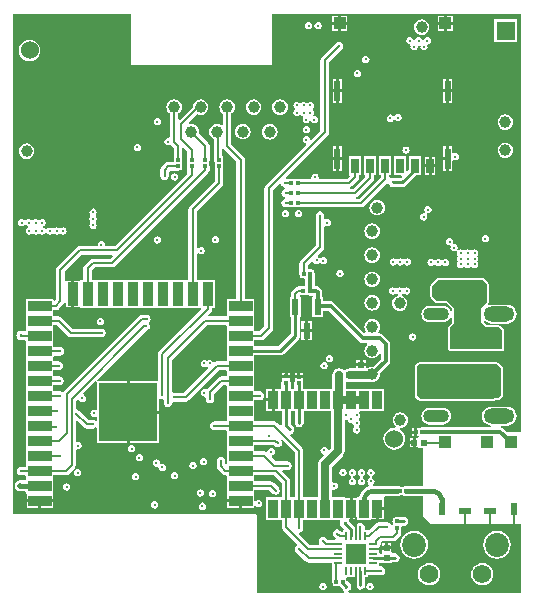
<source format=gbl>
G04*
G04 #@! TF.GenerationSoftware,Altium Limited,Altium Designer,20.0.1 (14)*
G04*
G04 Layer_Physical_Order=6*
G04 Layer_Color=16711680*
%FSLAX44Y44*%
%MOMM*%
G71*
G01*
G75*
%ADD16C,0.2540*%
%ADD25R,0.5300X0.5500*%
%ADD29R,3.2000X1.5000*%
%ADD31R,0.3000X0.4000*%
%ADD32R,0.4000X0.3000*%
%ADD52R,1.0000X1.0000*%
%ADD124C,0.3048*%
%ADD126C,0.2032*%
%ADD127C,0.3810*%
%ADD128C,0.1444*%
%ADD130C,1.5240*%
%ADD131C,1.0000*%
%ADD132R,1.6000X1.6000*%
%ADD133C,1.6000*%
%ADD134O,2.6000X1.3000*%
%ADD135O,2.2000X1.1000*%
%ADD136C,2.0260*%
%ADD137C,1.5610*%
%ADD138C,0.3048*%
%ADD139C,0.5080*%
%ADD140C,0.4064*%
%ADD141C,0.6350*%
%ADD143R,1.0000X1.0300*%
%ADD144R,0.6500X1.3000*%
%ADD145R,0.4800X1.8000*%
%ADD146R,5.0000X5.0000*%
%ADD147R,2.0000X0.9000*%
%ADD148R,0.9000X2.0000*%
%ADD149R,0.6000X1.3500*%
%ADD150R,0.5500X0.5300*%
%ADD151R,0.5000X1.0000*%
%ADD152R,1.0000X0.5000*%
%ADD153R,0.8000X0.2000*%
%ADD154R,0.2000X0.8000*%
%ADD155R,1.7000X1.7000*%
%ADD156R,0.9000X1.6000*%
G36*
X430000Y135890D02*
X418730D01*
X415800Y138820D01*
X414456Y139718D01*
X413196Y139969D01*
X413321Y141239D01*
X418570D01*
X420665Y141515D01*
X422617Y142323D01*
X424293Y143609D01*
X425579Y145285D01*
X426387Y147237D01*
X426663Y149332D01*
X426387Y151427D01*
X425579Y153379D01*
X424293Y155055D01*
X422617Y156341D01*
X420665Y157149D01*
X418570Y157425D01*
X405570D01*
X403475Y157149D01*
X401523Y156341D01*
X399847Y155055D01*
X398561Y153379D01*
X397752Y151427D01*
X397477Y149332D01*
X397752Y147237D01*
X398561Y145285D01*
X399847Y143609D01*
X401523Y142323D01*
X403475Y141515D01*
X405077Y141304D01*
X404994Y140034D01*
X346666D01*
X345080Y139718D01*
X344625Y139414D01*
X343642D01*
Y139160D01*
X342436D01*
Y135890D01*
Y132620D01*
X343642D01*
Y132366D01*
X343667D01*
X343932Y132140D01*
X343549Y130823D01*
X343517Y130796D01*
X342921Y130666D01*
X341250D01*
Y126746D01*
Y122826D01*
X342921D01*
X344086Y122572D01*
X345165Y122572D01*
X347218D01*
Y90384D01*
X333204D01*
X331470Y90039D01*
X330477Y89376D01*
X328355D01*
X327362Y90039D01*
X325628Y90384D01*
X305286D01*
X304901Y91654D01*
X305473Y92037D01*
X306147Y93045D01*
X306384Y94234D01*
X306147Y95423D01*
X305473Y96432D01*
X304465Y97105D01*
X304277Y97143D01*
Y98437D01*
X304465Y98475D01*
X305473Y99149D01*
X306147Y100157D01*
X306384Y101346D01*
X306147Y102535D01*
X305473Y103544D01*
X304465Y104217D01*
X303276Y104454D01*
X302087Y104217D01*
X301078Y103544D01*
X300405Y102535D01*
X300168Y101346D01*
X300405Y100157D01*
X301078Y99149D01*
X302087Y98475D01*
X302275Y98437D01*
Y97143D01*
X302087Y97105D01*
X301078Y96432D01*
X300405Y95423D01*
X300168Y94234D01*
X300405Y93045D01*
X301078Y92037D01*
X302055Y91384D01*
X302073Y91278D01*
X301928Y90086D01*
X301643Y90049D01*
X299296Y89076D01*
X297330Y87569D01*
X297280Y87535D01*
X297274Y87541D01*
X297253Y87562D01*
X297250Y87560D01*
X296505Y86588D01*
X296503Y86586D01*
X296478Y86553D01*
X294921Y84524D01*
X293457Y80990D01*
X293412Y80644D01*
X291504D01*
Y80390D01*
X287798D01*
Y71120D01*
Y61850D01*
X291504D01*
Y61596D01*
X303552D01*
Y61850D01*
X307258D01*
Y71120D01*
X308528D01*
Y72390D01*
X314298D01*
Y80390D01*
X315119Y81320D01*
X325628D01*
X327362Y81665D01*
X328355Y82328D01*
X330477D01*
X331470Y81665D01*
X333204Y81320D01*
X347218D01*
Y64770D01*
X353568Y58420D01*
X430000D01*
Y0D01*
X284512D01*
X284485Y67D01*
X284301Y1270D01*
X285322Y1952D01*
X286164Y3212D01*
X286460Y4699D01*
X286164Y6186D01*
X286115Y6259D01*
X286067Y6501D01*
X285225Y7761D01*
X282965Y10021D01*
X282945Y10123D01*
X282380Y10968D01*
Y12160D01*
X283330Y12932D01*
X288824D01*
Y13186D01*
X290415D01*
Y6436D01*
X290711Y4949D01*
X291553Y3689D01*
X292813Y2847D01*
X294300Y2551D01*
X295787Y2847D01*
X297047Y3689D01*
X297889Y4949D01*
X298185Y6436D01*
Y12932D01*
X300824D01*
Y14830D01*
X311067D01*
X311912Y14662D01*
X313300Y14938D01*
X314476Y15724D01*
X315262Y16901D01*
X315538Y18288D01*
X315262Y19676D01*
X314476Y20852D01*
X314308Y21020D01*
X313132Y21806D01*
X311744Y22082D01*
X311744Y22082D01*
X311449D01*
X310324Y22432D01*
Y25071D01*
X312564D01*
Y25064D01*
X320912D01*
Y25453D01*
X323724D01*
X325211Y25749D01*
X326471Y26591D01*
X327313Y27851D01*
X327609Y29338D01*
X327313Y30825D01*
X326471Y32085D01*
X325211Y32927D01*
X323724Y33223D01*
X322032D01*
X320912Y33612D01*
X320658Y34777D01*
Y36448D01*
X316738D01*
X312818D01*
Y34777D01*
X312564Y33612D01*
X311594Y32874D01*
X310324Y33066D01*
Y35480D01*
X310070D01*
Y35686D01*
X304800D01*
Y37330D01*
X307768D01*
X309156Y37606D01*
X310070Y38217D01*
Y38217D01*
X310332Y38392D01*
X310348Y38408D01*
X311134Y39585D01*
X311410Y40972D01*
X311410Y40972D01*
Y42438D01*
X312336Y43364D01*
X322047D01*
X322047Y43364D01*
X323434Y43640D01*
X324610Y44426D01*
X327760Y47576D01*
X327760Y47576D01*
X328546Y48752D01*
X328822Y50140D01*
Y54730D01*
X328753Y55075D01*
X329183Y56346D01*
X330800D01*
X330962Y56313D01*
X332449Y56609D01*
X333709Y57451D01*
X334551Y58711D01*
X334847Y60198D01*
X334551Y61685D01*
X333709Y62945D01*
X333677Y62977D01*
X332416Y63819D01*
X330930Y64115D01*
X325196D01*
X323710Y63819D01*
X322864Y63254D01*
X321672D01*
Y61814D01*
X321607Y61717D01*
X321311Y60230D01*
X321607Y58744D01*
X321672Y58646D01*
Y57088D01*
X320402Y56963D01*
X320342Y57267D01*
X319556Y58444D01*
X318379Y59230D01*
X316992Y59506D01*
X310134D01*
X310134Y59506D01*
X308746Y59230D01*
X307570Y58444D01*
X307570Y58444D01*
X301731Y52604D01*
X300824Y52980D01*
Y52980D01*
X297926D01*
Y55540D01*
X297650Y56927D01*
X296864Y58104D01*
X295688Y58890D01*
X294300Y59166D01*
X292913Y58890D01*
X291736Y58104D01*
X290950Y56927D01*
X290726Y55798D01*
X290026Y55514D01*
X289404Y55489D01*
X289005Y56087D01*
X284512Y60580D01*
X285038Y61850D01*
X285258D01*
Y71120D01*
Y80390D01*
X281552D01*
Y80644D01*
X270355D01*
Y86385D01*
X271625Y87194D01*
X272288Y87062D01*
X273477Y87299D01*
X274485Y87972D01*
X275159Y88981D01*
X275396Y90170D01*
X275159Y91359D01*
X274485Y92367D01*
X273477Y93041D01*
X272288Y93278D01*
X271625Y93146D01*
X270355Y93955D01*
Y106666D01*
X279648Y115960D01*
X280912Y117850D01*
X281355Y120080D01*
Y146255D01*
X282181Y146790D01*
X283427Y146318D01*
X283492Y146119D01*
X283641Y145369D01*
X284314Y144361D01*
X285323Y143687D01*
X286512Y143450D01*
X286808Y143509D01*
X287488Y143539D01*
X288202Y142747D01*
X288213Y142702D01*
X288887Y141693D01*
X289111Y141543D01*
Y140016D01*
X288887Y139866D01*
X288213Y138857D01*
X287976Y137668D01*
X288213Y136479D01*
X288887Y135471D01*
X289895Y134797D01*
X291084Y134560D01*
X292273Y134797D01*
X293281Y135471D01*
X293955Y136479D01*
X294192Y137668D01*
X293955Y138857D01*
X293281Y139866D01*
X293057Y140016D01*
Y141543D01*
X293281Y141693D01*
X293955Y142702D01*
X294192Y143891D01*
X293955Y145080D01*
X293281Y146088D01*
X293057Y146239D01*
Y147766D01*
X293281Y147916D01*
X293955Y148925D01*
X294192Y150114D01*
X293955Y151303D01*
X293281Y152311D01*
X293260Y152326D01*
X293645Y153596D01*
X314552D01*
Y172644D01*
X282053D01*
Y177933D01*
X282226Y178025D01*
X283323Y178476D01*
X285368Y178069D01*
X303536D01*
X303866Y178135D01*
X304298Y178078D01*
X306001Y178302D01*
X307588Y178959D01*
X308951Y180005D01*
X309997Y181368D01*
X310654Y182955D01*
X310878Y184658D01*
X310795Y185294D01*
X318652Y193152D01*
X319550Y194496D01*
X319866Y196082D01*
Y210312D01*
X319550Y211898D01*
X318652Y213242D01*
X313572Y218322D01*
X312228Y219220D01*
X310642Y219536D01*
X309753D01*
X309241Y220806D01*
X309997Y221790D01*
X310654Y223377D01*
X310878Y225080D01*
X310654Y226783D01*
X309997Y228370D01*
X308951Y229733D01*
X307588Y230779D01*
X306001Y231436D01*
X304298Y231661D01*
X302595Y231436D01*
X301008Y230779D01*
X299645Y229733D01*
X298599Y228370D01*
X297942Y226783D01*
X297718Y225080D01*
X297942Y223377D01*
X298599Y221790D01*
X298848Y221466D01*
X298296Y220099D01*
X297665Y220005D01*
X272170Y245500D01*
X270826Y246398D01*
X269240Y246714D01*
X262792D01*
Y249828D01*
X262208D01*
Y254036D01*
X261892Y255622D01*
X260994Y256966D01*
X259506Y258454D01*
X258162Y259352D01*
X256576Y259668D01*
X255814D01*
Y269748D01*
X255498Y271334D01*
X254894Y272238D01*
Y273272D01*
X253711D01*
X253256Y273576D01*
X251670Y273892D01*
X251266Y273811D01*
X249996Y274853D01*
Y277126D01*
X253214Y280345D01*
X254622Y279956D01*
X255105Y279235D01*
X256113Y278561D01*
X257302Y278324D01*
X258491Y278561D01*
X259499Y279235D01*
X260690Y278730D01*
X260693Y278727D01*
X261701Y278053D01*
X262890Y277816D01*
X264079Y278053D01*
X265088Y278727D01*
X265761Y279735D01*
X265998Y280924D01*
X265761Y282113D01*
X265088Y283121D01*
X264079Y283795D01*
X262890Y284032D01*
X261701Y283795D01*
X260693Y283121D01*
X259502Y283626D01*
X259499Y283629D01*
X258778Y284112D01*
X258389Y285520D01*
X262660Y289790D01*
X262660Y289790D01*
X263446Y290966D01*
X263722Y292354D01*
X263722Y292354D01*
Y309809D01*
X264992Y310488D01*
X265257Y310311D01*
X266446Y310074D01*
X267635Y310311D01*
X268643Y310984D01*
X269317Y311993D01*
X269554Y313182D01*
X269317Y314371D01*
X268643Y315380D01*
X267635Y316053D01*
X266446Y316290D01*
X265257Y316053D01*
X264992Y315876D01*
X263722Y316555D01*
Y319024D01*
X263446Y320411D01*
X262660Y321588D01*
X261483Y322374D01*
X260096Y322650D01*
X258708Y322374D01*
X257532Y321588D01*
X256746Y320411D01*
X256470Y319024D01*
Y293856D01*
X243806Y281192D01*
X243020Y280016D01*
X242744Y278628D01*
X242744Y278628D01*
Y269748D01*
X243020Y268361D01*
X243346Y267873D01*
Y266224D01*
X245859D01*
X246370Y266122D01*
X247526Y265244D01*
Y259894D01*
X246256Y259132D01*
X246170Y259150D01*
X241808D01*
X241808Y259150D01*
X240421Y258874D01*
X239244Y258088D01*
X239244Y258088D01*
X236704Y255548D01*
X235918Y254371D01*
X235642Y252984D01*
X235642Y252984D01*
Y249828D01*
X234744D01*
Y233280D01*
X235383D01*
Y219033D01*
X224959Y208609D01*
X205376D01*
X204478Y209507D01*
X204478Y211074D01*
X204478Y212018D01*
Y213798D01*
X210312D01*
X210312Y213798D01*
X211700Y214074D01*
X212876Y214860D01*
X219226Y221210D01*
X219226Y221210D01*
X220012Y222386D01*
X220288Y223774D01*
Y340636D01*
X226053Y346402D01*
X227367Y345919D01*
X227536Y345069D01*
X228322Y343892D01*
X229499Y343106D01*
X230600Y342887D01*
X230600Y341592D01*
X229753Y341424D01*
X228576Y340638D01*
X227790Y339461D01*
X227514Y338074D01*
X227790Y336687D01*
X228576Y335510D01*
X229753Y334724D01*
X230727Y334530D01*
X230727Y333236D01*
X229753Y333042D01*
X228576Y332256D01*
X227790Y331079D01*
X227514Y329692D01*
X227790Y328304D01*
X228576Y327128D01*
X229753Y326342D01*
X231140Y326066D01*
X236010D01*
X236521Y326168D01*
X240999D01*
X241510Y326066D01*
X294894D01*
X294894Y326066D01*
X296281Y326342D01*
X297458Y327128D01*
X316789Y346460D01*
X318167Y346042D01*
X318229Y345731D01*
X319071Y344471D01*
X320331Y343629D01*
X321818Y343333D01*
X329992D01*
X331479Y343629D01*
X332739Y344471D01*
X341434Y353166D01*
X345488D01*
Y369214D01*
X335940D01*
Y358660D01*
X333961Y356681D01*
X332788Y357167D01*
Y369214D01*
X323240D01*
Y353166D01*
X328787D01*
X329273Y351993D01*
X328383Y351103D01*
X321818D01*
X320331Y350807D01*
X320210Y350726D01*
X318940Y351404D01*
Y353166D01*
X320088D01*
Y369214D01*
X310540D01*
Y353166D01*
X311688D01*
Y351614D01*
X293392Y333318D01*
X290640D01*
X290515Y334588D01*
X291201Y334724D01*
X292378Y335510D01*
X305178Y348310D01*
X305178Y348310D01*
X305964Y349487D01*
X306240Y350874D01*
Y353166D01*
X307388D01*
Y369214D01*
X297840D01*
Y353166D01*
X297983D01*
X298508Y351896D01*
X288312Y341700D01*
X285306D01*
X285181Y342970D01*
X285867Y343106D01*
X287044Y343892D01*
X292478Y349326D01*
X292478Y349326D01*
X293264Y350503D01*
X293540Y351890D01*
Y353166D01*
X294688D01*
Y369214D01*
X285140D01*
Y353166D01*
X285140D01*
X285410Y352514D01*
X282978Y350082D01*
X259967D01*
X259053Y351352D01*
X259140Y351790D01*
X258903Y352979D01*
X258230Y353988D01*
X257221Y354661D01*
X256032Y354898D01*
X254843Y354661D01*
X253834Y353988D01*
X253161Y352979D01*
X252924Y351790D01*
X253011Y351352D01*
X252097Y350082D01*
X241510D01*
X240999Y349980D01*
X236521D01*
X236010Y350082D01*
X231529D01*
X231003Y351352D01*
X266724Y387072D01*
X266724Y387072D01*
X267510Y388248D01*
X267786Y389636D01*
Y449094D01*
X278916Y460224D01*
X279702Y461400D01*
X279978Y462788D01*
X279702Y464175D01*
X278916Y465352D01*
X277740Y466138D01*
X276352Y466414D01*
X274965Y466138D01*
X273788Y465352D01*
X261596Y453160D01*
X260810Y451983D01*
X260534Y450596D01*
X260534Y450596D01*
Y391138D01*
X252851Y383455D01*
X251499Y383899D01*
X251385Y384475D01*
X250711Y385484D01*
X249703Y386157D01*
X248514Y386394D01*
X247324Y386157D01*
X246316Y385484D01*
X245642Y384475D01*
X245406Y383286D01*
X245642Y382097D01*
X246316Y381088D01*
X247324Y380415D01*
X247901Y380300D01*
X248345Y378948D01*
X214098Y344702D01*
X213312Y343526D01*
X213036Y342138D01*
X213036Y342138D01*
Y225276D01*
X208810Y221050D01*
X205376D01*
X204478Y221948D01*
X204478Y223774D01*
X204478Y224718D01*
Y235530D01*
X204478Y236474D01*
X204478Y237418D01*
Y248848D01*
X196580D01*
Y366354D01*
X196580Y366354D01*
X196304Y367741D01*
X195518Y368918D01*
X195518Y368918D01*
X185156Y379280D01*
Y405633D01*
X186136Y406385D01*
X187182Y407748D01*
X187839Y409335D01*
X188063Y411038D01*
X187839Y412741D01*
X187182Y414328D01*
X186136Y415691D01*
X184773Y416737D01*
X183186Y417394D01*
X181483Y417618D01*
X179780Y417394D01*
X178193Y416737D01*
X176830Y415691D01*
X175784Y414328D01*
X175127Y412741D01*
X174903Y411038D01*
X175127Y409335D01*
X175784Y407748D01*
X176830Y406385D01*
X177904Y405561D01*
Y396251D01*
X176634Y395625D01*
X176264Y395909D01*
X174677Y396566D01*
X172974Y396790D01*
X171271Y396566D01*
X169684Y395909D01*
X168321Y394863D01*
X167275Y393500D01*
X166618Y391913D01*
X166394Y390210D01*
X166618Y388507D01*
X167275Y386920D01*
X168321Y385557D01*
X169684Y384511D01*
X170190Y384302D01*
Y366730D01*
X170190Y366730D01*
X170466Y365342D01*
X171134Y364343D01*
Y361257D01*
X171032Y360746D01*
Y348118D01*
X149840Y326926D01*
X149054Y325750D01*
X148778Y324362D01*
X148778Y324362D01*
Y265246D01*
X147880Y264348D01*
X146054Y264348D01*
X145110Y264348D01*
X134298D01*
X133354Y264348D01*
X132410Y264348D01*
X121598D01*
X120654Y264348D01*
X119710Y264348D01*
X108898D01*
X107954Y264348D01*
X107010Y264348D01*
X96198D01*
X95254Y264348D01*
X94310Y264348D01*
X83498D01*
X82554Y264348D01*
X81610Y264348D01*
X70798D01*
X69854Y264348D01*
X68910Y264348D01*
X67130D01*
Y273330D01*
X69320Y275520D01*
X84328D01*
X84328Y275520D01*
X85716Y275796D01*
X86892Y276582D01*
X165622Y355313D01*
X166408Y356489D01*
X166684Y357877D01*
X166684Y357877D01*
Y360746D01*
X166583Y361257D01*
Y365735D01*
X166684Y366246D01*
Y378281D01*
X166408Y379669D01*
X165622Y380845D01*
X165622Y380845D01*
X157541Y388926D01*
X157710Y390210D01*
X157486Y391913D01*
X156829Y393500D01*
X155783Y394863D01*
X154420Y395909D01*
X152833Y396566D01*
X151130Y396790D01*
X149792Y396614D01*
X149133Y397751D01*
X156445Y405063D01*
X157364Y404682D01*
X159067Y404458D01*
X160771Y404682D01*
X162358Y405339D01*
X163720Y406385D01*
X164766Y407748D01*
X165424Y409335D01*
X165648Y411038D01*
X165424Y412741D01*
X164766Y414328D01*
X163720Y415691D01*
X162358Y416737D01*
X160771Y417394D01*
X159067Y417618D01*
X157364Y417394D01*
X155777Y416737D01*
X154415Y415691D01*
X153369Y414328D01*
X152711Y412741D01*
X152536Y411409D01*
X141451Y400324D01*
X140278Y400810D01*
Y405597D01*
X141305Y406385D01*
X142351Y407748D01*
X143008Y409335D01*
X143232Y411038D01*
X143008Y412741D01*
X142351Y414328D01*
X141305Y415691D01*
X139942Y416737D01*
X138355Y417394D01*
X136652Y417618D01*
X134949Y417394D01*
X133362Y416737D01*
X131999Y415691D01*
X130953Y414328D01*
X130296Y412741D01*
X130072Y411038D01*
X130296Y409335D01*
X130953Y407748D01*
X131999Y406385D01*
X133026Y405597D01*
Y385867D01*
X131756Y384833D01*
X131572Y384870D01*
X130383Y384633D01*
X129375Y383960D01*
X128701Y382951D01*
X128464Y381762D01*
X128701Y380573D01*
X129375Y379565D01*
X130383Y378891D01*
X131572Y378654D01*
X132761Y378891D01*
X132839Y378943D01*
X134085Y378695D01*
X134088Y378690D01*
X136234Y376544D01*
Y366246D01*
X136336Y365735D01*
Y364372D01*
X131384D01*
X131384Y364372D01*
X129997Y364096D01*
X128820Y363310D01*
X128820Y363310D01*
X125960Y360450D01*
X125174Y359273D01*
X124898Y357886D01*
X124898Y357886D01*
Y352806D01*
X125174Y351418D01*
X125960Y350242D01*
X127136Y349456D01*
X128524Y349180D01*
X129911Y349456D01*
X131088Y350242D01*
X131874Y351418D01*
X132150Y352806D01*
Y356384D01*
X132886Y357120D01*
X139860D01*
X141248Y357396D01*
X141735Y357722D01*
X143384D01*
Y360235D01*
X143486Y360746D01*
X143384Y361257D01*
Y365735D01*
X143486Y366246D01*
Y376269D01*
X144659Y376755D01*
X147834Y373581D01*
Y366246D01*
X147935Y365735D01*
Y361257D01*
X147834Y360746D01*
Y354637D01*
X86509Y293313D01*
X78825D01*
X78019Y294294D01*
X78038Y294386D01*
X77801Y295575D01*
X77127Y296583D01*
X76119Y297257D01*
X74930Y297494D01*
X73741Y297257D01*
X72733Y296583D01*
X72059Y295575D01*
X71822Y294386D01*
X71841Y294294D01*
X71035Y293313D01*
X56769D01*
X55381Y293037D01*
X54205Y292251D01*
X54205Y292251D01*
X37822Y275868D01*
X37036Y274692D01*
X36760Y273304D01*
X36760Y273304D01*
Y248136D01*
X35748Y247124D01*
X34478Y247650D01*
Y248848D01*
X11430D01*
Y237418D01*
X11430Y236474D01*
X11430Y235530D01*
Y224718D01*
X11430Y223774D01*
X11430Y222830D01*
Y221050D01*
X7881D01*
X6604Y221304D01*
X5217Y221028D01*
X4040Y220242D01*
X3254Y219065D01*
X2978Y217678D01*
X3254Y216290D01*
X4040Y215114D01*
X4294Y214860D01*
X4294Y214860D01*
X5470Y214074D01*
X6858Y213798D01*
X6858Y213798D01*
X10532D01*
X11430Y212900D01*
X11430Y211074D01*
X11430Y210130D01*
Y199318D01*
X11430Y198374D01*
X11430Y197430D01*
Y186618D01*
X11430Y185674D01*
X11430Y184730D01*
Y173918D01*
X11430Y172974D01*
X11430Y172030D01*
Y161218D01*
X11430Y160274D01*
X11430Y159330D01*
Y148518D01*
X11430Y147574D01*
X11430Y146630D01*
Y135818D01*
X11430Y134874D01*
X11430Y133930D01*
Y123118D01*
X11430Y122174D01*
X11430Y121230D01*
Y110418D01*
X11430Y109474D01*
X11430Y108530D01*
Y106496D01*
X6858D01*
X5470Y106220D01*
X4294Y105434D01*
X3508Y104257D01*
X3232Y102870D01*
X3508Y101482D01*
X4294Y100306D01*
X5470Y99520D01*
X6858Y99244D01*
X10532D01*
X11430Y98346D01*
Y95854D01*
X10532Y94956D01*
X6096D01*
X4362Y94611D01*
X2891Y93629D01*
X1909Y92158D01*
X1564Y90424D01*
X1909Y88690D01*
X2891Y87219D01*
X4362Y86237D01*
X6096Y85892D01*
X10532D01*
X11430Y84994D01*
Y84400D01*
X11684Y83235D01*
Y83130D01*
Y78994D01*
X34224D01*
Y83235D01*
X34478Y84400D01*
X34478Y84659D01*
Y95830D01*
X34478Y96774D01*
X34478Y97718D01*
Y99498D01*
X45212D01*
X45212Y99498D01*
X46599Y99774D01*
X47776Y100560D01*
X52348Y105132D01*
X52348Y105132D01*
X53134Y106308D01*
X53410Y107696D01*
Y120455D01*
X54680Y121271D01*
X55328Y121142D01*
X56517Y121379D01*
X57526Y122052D01*
X58199Y123061D01*
X58436Y124250D01*
X58199Y125439D01*
X57526Y126447D01*
X56517Y127121D01*
X55328Y127358D01*
X54680Y127229D01*
X53410Y128045D01*
Y145035D01*
X54583Y145521D01*
X60174Y139930D01*
X60174Y139930D01*
X61350Y139144D01*
X62738Y138868D01*
X62738Y138868D01*
X67818D01*
X69205Y139144D01*
X70382Y139930D01*
X70414Y139979D01*
X71684Y139593D01*
Y126454D01*
X96684D01*
Y152724D01*
Y178994D01*
X72126D01*
X71540Y180204D01*
X113128Y221793D01*
X113910Y221948D01*
X115086Y222734D01*
X115872Y223911D01*
X116148Y225298D01*
X115872Y226686D01*
X115520Y227211D01*
X115798Y228797D01*
X115848Y228830D01*
X116634Y230007D01*
X116910Y231394D01*
X116634Y232782D01*
X115848Y233958D01*
X114671Y234744D01*
X113284Y235020D01*
X109220D01*
X109220Y235020D01*
X107832Y234744D01*
X106656Y233958D01*
X106656Y233958D01*
X43156Y170458D01*
X42506Y169484D01*
X41774Y169974D01*
X40386Y170250D01*
X35376D01*
X34478Y171148D01*
X34478Y172974D01*
X34478Y173918D01*
Y175698D01*
X39624D01*
X41012Y175974D01*
X42188Y176760D01*
X42974Y177936D01*
X43250Y179324D01*
X42974Y180711D01*
X42188Y181888D01*
X41012Y182674D01*
X39624Y182950D01*
X35376D01*
X34478Y183848D01*
X34478Y185674D01*
X34478Y186618D01*
Y188398D01*
X38607D01*
X38862Y188347D01*
X40250Y188624D01*
X41426Y189410D01*
X42212Y190586D01*
X42488Y191973D01*
X42212Y193361D01*
X41426Y194537D01*
X41375Y194588D01*
X40199Y195374D01*
X38811Y195650D01*
X38811Y195650D01*
X35376D01*
X34478Y196548D01*
X34478Y198374D01*
X34478Y199692D01*
X35376Y200590D01*
X40132D01*
X41519Y200866D01*
X42696Y201652D01*
X43482Y202829D01*
X43758Y204216D01*
X43482Y205604D01*
X42696Y206780D01*
X41519Y207566D01*
X40132Y207842D01*
X35376D01*
X34478Y208740D01*
X34478Y211074D01*
X34478Y212018D01*
Y222830D01*
X34478Y223774D01*
X34478Y224718D01*
Y226498D01*
X37360D01*
X46712Y217146D01*
X46712Y217146D01*
X47888Y216360D01*
X49276Y216084D01*
X49276Y216084D01*
X75184D01*
X76571Y216360D01*
X77748Y217146D01*
X78534Y218323D01*
X78810Y219710D01*
X78534Y221098D01*
X77748Y222274D01*
X76571Y223060D01*
X75184Y223336D01*
X50778D01*
X41426Y232688D01*
X40250Y233474D01*
X38862Y233750D01*
X38862Y233750D01*
X35376D01*
X34478Y234648D01*
X34478Y236474D01*
X34478Y237418D01*
Y239198D01*
X36576D01*
X36576Y239198D01*
X37964Y239474D01*
X39140Y240260D01*
X42950Y244070D01*
X43736Y245247D01*
X43764Y245389D01*
X45034Y245264D01*
Y241554D01*
X49534D01*
Y252824D01*
Y264094D01*
X45282D01*
X45034Y264094D01*
X44012Y264692D01*
Y271802D01*
X58271Y286061D01*
X84456D01*
X84943Y284888D01*
X82826Y282772D01*
X67818D01*
X67818Y282772D01*
X66431Y282496D01*
X65254Y281710D01*
X60940Y277396D01*
X60154Y276220D01*
X59878Y274832D01*
X59878Y274832D01*
Y264348D01*
X57739D01*
X57480Y264348D01*
X56315Y264094D01*
X56210D01*
X52074D01*
Y252824D01*
Y241554D01*
X56315D01*
X57480Y241300D01*
X57739Y241300D01*
X68910D01*
X69854Y241300D01*
X70798Y241300D01*
X81610D01*
X82554Y241300D01*
X83498Y241300D01*
X94310D01*
X95254Y241300D01*
X96198Y241300D01*
X107010D01*
X107954Y241300D01*
X108898Y241300D01*
X119710D01*
X120654Y241300D01*
X121598Y241300D01*
X132410D01*
X133354Y241300D01*
X134298Y241300D01*
X145110D01*
X146054Y241300D01*
X146998Y241300D01*
X157810D01*
X158428Y241300D01*
X159583Y241300D01*
X160069Y240127D01*
X124182Y204240D01*
X123396Y203064D01*
X123120Y201676D01*
X123120Y201676D01*
Y178994D01*
X99224D01*
Y153994D01*
X124224D01*
Y163701D01*
X125119Y164179D01*
X125494Y164263D01*
X126746Y164014D01*
X127692Y163238D01*
Y160782D01*
X127968Y159395D01*
X128754Y158218D01*
X129930Y157432D01*
X131318Y157156D01*
X132705Y157432D01*
X133882Y158218D01*
X134668Y159395D01*
X134944Y160782D01*
Y160808D01*
X136214Y161815D01*
X136652Y161728D01*
X146304D01*
X146304Y161728D01*
X147691Y162004D01*
X148868Y162790D01*
X174476Y188398D01*
X180532D01*
X181430Y187500D01*
X181430Y185674D01*
X181430Y184730D01*
Y182950D01*
X176530D01*
X176530Y182950D01*
X175142Y182674D01*
X173966Y181888D01*
X164568Y172490D01*
X164382Y172212D01*
X163495Y172035D01*
X162306Y172272D01*
X161117Y172035D01*
X160109Y171362D01*
X159435Y170353D01*
X159198Y169164D01*
X159435Y167975D01*
X160109Y166966D01*
X161117Y166293D01*
X162306Y166056D01*
X163506Y165000D01*
Y163830D01*
X163782Y162442D01*
X164568Y161266D01*
X165744Y160480D01*
X167132Y160204D01*
X168519Y160480D01*
X169696Y161266D01*
X170482Y162442D01*
X170758Y163830D01*
Y168424D01*
X178032Y175698D01*
X180532D01*
X181430Y174800D01*
X181430Y172974D01*
X181430Y172030D01*
Y161218D01*
X181430Y160274D01*
X181430Y159330D01*
Y148518D01*
X181430Y147574D01*
X181430Y146630D01*
Y144850D01*
X170688D01*
X169300Y144574D01*
X168124Y143788D01*
X167338Y142612D01*
X167062Y141224D01*
X167338Y139837D01*
X168124Y138660D01*
X169300Y137874D01*
X170688Y137598D01*
X180532D01*
X181430Y136700D01*
X181430Y134874D01*
X181430Y133930D01*
Y123118D01*
X181430Y122174D01*
X181430Y121230D01*
Y109800D01*
X181430D01*
Y109800D01*
X180167Y109131D01*
X179902Y109308D01*
Y111506D01*
X179626Y112893D01*
X178840Y114070D01*
X177663Y114856D01*
X176276Y115132D01*
X174888Y114856D01*
X173712Y114070D01*
X172926Y112893D01*
X172650Y111506D01*
Y106934D01*
X172650Y106934D01*
X172926Y105547D01*
X173712Y104370D01*
X177522Y100560D01*
X178699Y99774D01*
X180086Y99498D01*
X180086Y99498D01*
X180532D01*
X181430Y98600D01*
X181430Y96774D01*
X181430Y95830D01*
Y84659D01*
X181430Y84400D01*
X181684Y83235D01*
Y83130D01*
Y78994D01*
X192954D01*
Y77724D01*
X194224D01*
Y71954D01*
X204224D01*
Y73239D01*
X204445Y73405D01*
X206082Y73240D01*
X207091Y72567D01*
X208280Y72330D01*
X209469Y72567D01*
X210478Y73240D01*
X211151Y74249D01*
X211388Y75438D01*
X211151Y76627D01*
X210478Y77635D01*
X209469Y78309D01*
X208280Y78546D01*
X207091Y78309D01*
X206082Y77635D01*
X204445Y77471D01*
X204224Y77636D01*
Y83235D01*
X204478Y84400D01*
X204478Y84659D01*
Y86798D01*
X216938D01*
X219940Y83796D01*
X221117Y83010D01*
X222504Y82734D01*
X223892Y83010D01*
X225068Y83796D01*
X225854Y84972D01*
X226130Y86360D01*
X225854Y87747D01*
X225068Y88924D01*
X221004Y92988D01*
X219827Y93774D01*
X218440Y94050D01*
X218440Y94050D01*
X205376D01*
X204478Y94948D01*
X204478Y96774D01*
X204478Y97718D01*
Y99498D01*
X221256D01*
X227902Y92852D01*
Y80644D01*
X214504D01*
Y61596D01*
X227768D01*
Y55626D01*
X227768Y55626D01*
X228044Y54239D01*
X228830Y53062D01*
X240627Y41266D01*
X240424Y39673D01*
X240006Y39394D01*
X239220Y38217D01*
X238944Y36830D01*
X239220Y35443D01*
X240006Y34266D01*
X247880Y26392D01*
X247880Y26392D01*
X249056Y25606D01*
X250444Y25330D01*
X250444Y25330D01*
X270276D01*
Y22432D01*
X270530D01*
Y8636D01*
X270783Y7363D01*
X270832Y7290D01*
Y5112D01*
X276886D01*
X279292Y2706D01*
X279731Y2049D01*
X279828Y1952D01*
X280849Y1270D01*
X280665Y67D01*
X280638Y0D01*
X206650D01*
Y65000D01*
X206166Y66166D01*
X205000Y66650D01*
X0D01*
Y490000D01*
X100330D01*
X100330Y446664D01*
X219710Y446664D01*
X219710Y490000D01*
X430000D01*
Y135890D01*
D02*
G37*
G36*
X178966Y375214D02*
X189328Y364852D01*
Y248848D01*
X181430D01*
Y237418D01*
X181430Y236474D01*
X181430Y235530D01*
Y233750D01*
X165606D01*
X165121Y234923D01*
X167668Y237470D01*
X167668Y237470D01*
X168454Y238647D01*
X168730Y240034D01*
X168730Y240034D01*
Y241300D01*
X171128D01*
Y264348D01*
X159698D01*
X158754Y264348D01*
X157810Y264348D01*
X156030D01*
Y286999D01*
X157300Y287385D01*
X157315Y287362D01*
X158323Y286689D01*
X159512Y286452D01*
X160701Y286689D01*
X161709Y287362D01*
X162383Y288371D01*
X162620Y289560D01*
X162383Y290749D01*
X161709Y291758D01*
X160701Y292431D01*
X159512Y292668D01*
X158323Y292431D01*
X157315Y291758D01*
X157300Y291735D01*
X156030Y292121D01*
Y322860D01*
X177222Y344052D01*
X177222Y344052D01*
X178008Y345229D01*
X178284Y346616D01*
X178284Y346616D01*
Y360746D01*
X178182Y361257D01*
Y365735D01*
X178284Y366246D01*
X178182Y366757D01*
Y369270D01*
X177442D01*
Y375210D01*
X178712Y375595D01*
X178966Y375214D01*
D02*
G37*
G36*
X181430Y225600D02*
X181430Y223774D01*
X181430Y222830D01*
Y212018D01*
X181430Y211074D01*
X181430Y210130D01*
Y199318D01*
X181430Y198374D01*
X181430Y197430D01*
Y195650D01*
X172974D01*
X171586Y195374D01*
X170894Y194911D01*
X169652Y195216D01*
X169428Y195401D01*
X168859Y196254D01*
X167850Y196927D01*
X166661Y197164D01*
X165472Y196927D01*
X164502Y196279D01*
X163532Y196927D01*
X162343Y197164D01*
X161154Y196927D01*
X160146Y196254D01*
X159472Y195245D01*
X159235Y194056D01*
X159472Y192867D01*
X160146Y191859D01*
X161154Y191185D01*
X162343Y190948D01*
X163532Y191185D01*
X164141Y191591D01*
X165406Y191074D01*
X165534Y190768D01*
X165672Y189850D01*
X144802Y168980D01*
X136652D01*
X136214Y168892D01*
X134944Y169900D01*
Y196872D01*
X164570Y226498D01*
X180532D01*
X181430Y225600D01*
D02*
G37*
G36*
X250084Y251696D02*
X251670Y251380D01*
X253920D01*
Y249828D01*
X253744D01*
Y233280D01*
X262792D01*
Y238426D01*
X267524D01*
X293488Y212462D01*
X294832Y211564D01*
X296418Y211248D01*
X296418Y211248D01*
X299809D01*
X300240Y209978D01*
X299645Y209522D01*
X298599Y208159D01*
X297942Y206572D01*
X297718Y204869D01*
X297942Y203166D01*
X298599Y201579D01*
X299645Y200216D01*
X301008Y199170D01*
X302595Y198513D01*
X304298Y198289D01*
X306001Y198513D01*
X307588Y199170D01*
X308951Y200216D01*
X309997Y201579D01*
X310308Y202331D01*
X311578Y202079D01*
Y197798D01*
X304935Y191154D01*
X304298Y191238D01*
X302595Y191014D01*
X301008Y190357D01*
X300182Y189723D01*
X298814D01*
Y191388D01*
X294894D01*
X290974D01*
Y189723D01*
X285368D01*
X283138Y189279D01*
X281328Y188070D01*
X280266D01*
X278456Y189279D01*
X276226Y189723D01*
X273996Y189279D01*
X272186Y188070D01*
X271952D01*
Y187786D01*
X270843Y186126D01*
X270399Y183896D01*
Y172644D01*
X246201D01*
Y177336D01*
X245905Y178823D01*
X245840Y178920D01*
Y180360D01*
X245586D01*
Y181566D01*
X239046D01*
Y180360D01*
X238792D01*
Y178920D01*
X238727Y178823D01*
X238431Y177336D01*
Y172644D01*
X235279D01*
Y177590D01*
X234983Y179077D01*
X234918Y179174D01*
Y180614D01*
X234664D01*
Y181820D01*
X228124D01*
Y180614D01*
X227870D01*
Y179174D01*
X227805Y179077D01*
X227509Y177590D01*
Y172644D01*
X225504D01*
Y172390D01*
X221798D01*
Y163120D01*
Y153850D01*
X225504D01*
Y153596D01*
X227643D01*
Y141992D01*
X226373Y141466D01*
X224052Y143788D01*
X222875Y144574D01*
X221488Y144850D01*
X221488Y144850D01*
X205376D01*
X204478Y145748D01*
X204478Y147574D01*
X204478Y148518D01*
Y159330D01*
X204478Y160274D01*
X204478Y161218D01*
Y162998D01*
X209550D01*
X210938Y163274D01*
X212114Y164060D01*
X212900Y165236D01*
X213176Y166624D01*
X212900Y168011D01*
X212114Y169188D01*
X210938Y169974D01*
X209550Y170250D01*
X205376D01*
X204478Y171148D01*
X204478Y172974D01*
X204478Y173918D01*
Y184730D01*
X204478Y185674D01*
X204478Y186618D01*
Y197430D01*
X204478Y198374D01*
X204478Y199318D01*
Y200839D01*
X226568D01*
X228055Y201135D01*
X229315Y201977D01*
X242015Y214677D01*
X242857Y215937D01*
X243153Y217424D01*
Y233280D01*
X243792D01*
Y249828D01*
X242894D01*
Y251482D01*
X243310Y251898D01*
X246170D01*
X246681Y252000D01*
X249629D01*
X250084Y251696D01*
D02*
G37*
G36*
X71684Y178552D02*
Y155181D01*
X70414Y154502D01*
X70023Y154763D01*
X68834Y155000D01*
X67645Y154763D01*
X66637Y154089D01*
X65963Y153081D01*
X65726Y151892D01*
X65963Y150703D01*
X66637Y149694D01*
X67645Y149021D01*
X68834Y148784D01*
X70023Y149021D01*
X70414Y149282D01*
X71684Y148603D01*
Y145395D01*
X70414Y145009D01*
X70382Y145058D01*
X69205Y145844D01*
X67818Y146120D01*
X64240D01*
X56412Y153948D01*
X55236Y154734D01*
X53848Y155010D01*
X53410Y155369D01*
Y162074D01*
X54716Y163380D01*
X55813Y163191D01*
X56146Y163015D01*
X56730Y162141D01*
X57739Y161467D01*
X58928Y161230D01*
X60117Y161467D01*
X61125Y162141D01*
X61799Y163149D01*
X62036Y164338D01*
X61799Y165527D01*
X61125Y166535D01*
X60251Y167120D01*
X60075Y167453D01*
X59886Y168550D01*
X70474Y179138D01*
X71684Y178552D01*
D02*
G37*
G36*
X269701Y122494D02*
X268047Y120840D01*
X266669Y121258D01*
X266574Y121738D01*
X265900Y122746D01*
X264892Y123420D01*
X263703Y123656D01*
X262514Y123420D01*
X261505Y122746D01*
X260832Y121738D01*
X260595Y120548D01*
X260832Y119359D01*
X261505Y118351D01*
X262514Y117677D01*
X262993Y117582D01*
X263411Y116204D01*
X260408Y113200D01*
X259145Y111310D01*
X258701Y109080D01*
Y80644D01*
X246154D01*
Y120184D01*
X246154Y120184D01*
X245878Y121571D01*
X245092Y122748D01*
X234757Y133083D01*
X235237Y134399D01*
X236183Y134587D01*
X237443Y135429D01*
X238285Y136689D01*
X238581Y138176D01*
X238285Y139663D01*
X237443Y140923D01*
X235413Y142953D01*
Y153596D01*
X238643D01*
Y143806D01*
X238939Y142319D01*
X239781Y141059D01*
X239823Y141017D01*
X241083Y140175D01*
X242570Y139879D01*
X244057Y140175D01*
X245317Y141017D01*
X246159Y142277D01*
X246455Y143764D01*
X246413Y143975D01*
Y153596D01*
X269701D01*
Y122494D01*
D02*
G37*
G36*
X238902Y118682D02*
Y80644D01*
X235154D01*
Y94354D01*
X234878Y95742D01*
X234092Y96918D01*
X234092Y96918D01*
X228367Y102643D01*
X228853Y103816D01*
X232664D01*
X234051Y104092D01*
X235228Y104878D01*
X236014Y106054D01*
X236290Y107442D01*
X236014Y108829D01*
X235228Y110006D01*
X234051Y110792D01*
X232664Y111068D01*
X222990D01*
X219270Y114788D01*
X219688Y116166D01*
X220137Y116255D01*
X221145Y116929D01*
X221819Y117937D01*
X222056Y119126D01*
X221819Y120315D01*
X221145Y121323D01*
X220137Y121997D01*
X218948Y122234D01*
X217759Y121997D01*
X216751Y121323D01*
X216077Y120315D01*
X215959Y119722D01*
X214689Y119081D01*
X214635Y119079D01*
X214494Y119174D01*
X213106Y119450D01*
X213106Y119450D01*
X205376D01*
X204478Y120348D01*
X204478Y122174D01*
X204478Y123118D01*
Y124898D01*
X220748D01*
X221718Y123928D01*
X222894Y123142D01*
X224282Y122866D01*
X225669Y123142D01*
X226846Y123928D01*
X227632Y125105D01*
X227908Y126492D01*
X227632Y127879D01*
X227073Y128715D01*
X228060Y129525D01*
X238902Y118682D01*
D02*
G37*
G36*
X277446Y60326D02*
X277335Y60161D01*
X277039Y58674D01*
X277335Y57187D01*
X278177Y55927D01*
X280171Y53933D01*
X279776Y52980D01*
X279776D01*
Y51082D01*
X278404D01*
X277138Y52348D01*
X275961Y53134D01*
X274574Y53410D01*
X273186Y53134D01*
X272010Y52348D01*
X271224Y51171D01*
X270948Y49784D01*
X271224Y48397D01*
X272010Y47220D01*
X273379Y45852D01*
X272853Y44582D01*
X266870D01*
X265454Y45998D01*
X264277Y46784D01*
X262890Y47060D01*
X261502Y46784D01*
X260326Y45998D01*
X259540Y44822D01*
X259264Y43434D01*
X259540Y42046D01*
X259671Y41852D01*
X258992Y40582D01*
X251566D01*
X242624Y49523D01*
X243106Y50837D01*
X243958Y51006D01*
X245134Y51792D01*
X245920Y52969D01*
X246196Y54356D01*
Y61596D01*
X276767D01*
X277446Y60326D01*
D02*
G37*
%LPC*%
G36*
X372534Y488510D02*
X367534D01*
Y483360D01*
X372534D01*
Y488510D01*
D02*
G37*
G36*
X283234D02*
X278234D01*
Y483360D01*
X283234D01*
Y488510D01*
D02*
G37*
G36*
X364994D02*
X359994D01*
Y483360D01*
X364994D01*
Y488510D01*
D02*
G37*
G36*
X275694D02*
X270694D01*
Y483360D01*
X275694D01*
Y488510D01*
D02*
G37*
G36*
X258572Y483168D02*
X257383Y482931D01*
X256374Y482257D01*
X255701Y481249D01*
X255464Y480060D01*
X255701Y478871D01*
X256374Y477863D01*
X257383Y477189D01*
X258572Y476952D01*
X259761Y477189D01*
X260770Y477863D01*
X261443Y478871D01*
X261680Y480060D01*
X261443Y481249D01*
X260770Y482257D01*
X259761Y482931D01*
X258572Y483168D01*
D02*
G37*
G36*
X250698D02*
X249509Y482931D01*
X248500Y482257D01*
X247827Y481249D01*
X247590Y480060D01*
X247827Y478871D01*
X248500Y477863D01*
X249509Y477189D01*
X250698Y476952D01*
X251887Y477189D01*
X252896Y477863D01*
X253569Y478871D01*
X253806Y480060D01*
X253569Y481249D01*
X252896Y482257D01*
X251887Y482931D01*
X250698Y483168D01*
D02*
G37*
G36*
X372534Y480820D02*
X367534D01*
Y475670D01*
X372534D01*
Y480820D01*
D02*
G37*
G36*
X364994D02*
X359994D01*
Y475670D01*
X364994D01*
Y480820D01*
D02*
G37*
G36*
X283234D02*
X278234D01*
Y475670D01*
X283234D01*
Y480820D01*
D02*
G37*
G36*
X275694D02*
X270694D01*
Y475670D01*
X275694D01*
Y480820D01*
D02*
G37*
G36*
X346202Y485370D02*
X344499Y485146D01*
X342912Y484489D01*
X341549Y483443D01*
X340503Y482080D01*
X339846Y480493D01*
X339622Y478790D01*
X339846Y477087D01*
X340503Y475500D01*
X341549Y474137D01*
X342912Y473091D01*
X344499Y472434D01*
X346202Y472210D01*
X347905Y472434D01*
X349492Y473091D01*
X350855Y474137D01*
X351901Y475500D01*
X352558Y477087D01*
X352782Y478790D01*
X352558Y480493D01*
X351901Y482080D01*
X350855Y483443D01*
X349492Y484489D01*
X347905Y485146D01*
X346202Y485370D01*
D02*
G37*
G36*
X351028Y470214D02*
X349839Y469977D01*
X348830Y469304D01*
X348157Y468295D01*
X347992Y467469D01*
X346698D01*
X346533Y468295D01*
X345859Y469304D01*
X344851Y469977D01*
X343662Y470214D01*
X342473Y469977D01*
X341465Y469304D01*
X340791Y468295D01*
X340626Y467469D01*
X339332D01*
X339167Y468295D01*
X338493Y469304D01*
X337485Y469977D01*
X336296Y470214D01*
X335107Y469977D01*
X334099Y469304D01*
X333425Y468295D01*
X333188Y467106D01*
X333425Y465917D01*
X334099Y464908D01*
X335107Y464235D01*
X336014Y464054D01*
X336473Y463656D01*
X336903Y462824D01*
X336744Y462026D01*
X336981Y460837D01*
X337654Y459828D01*
X338663Y459155D01*
X339852Y458918D01*
X341041Y459155D01*
X342049Y459828D01*
X342723Y460837D01*
X342960Y462026D01*
X342840Y462629D01*
X343625Y463739D01*
X344417Y463857D01*
X345297Y462885D01*
X345126Y462026D01*
X345363Y460837D01*
X346036Y459828D01*
X347045Y459155D01*
X348234Y458918D01*
X349423Y459155D01*
X350432Y459828D01*
X351105Y460837D01*
X351342Y462026D01*
X351181Y462832D01*
X351128Y463240D01*
X351982Y464188D01*
X352217Y464235D01*
X353226Y464908D01*
X353899Y465917D01*
X354136Y467106D01*
X353899Y468295D01*
X353226Y469304D01*
X352217Y469977D01*
X351028Y470214D01*
D02*
G37*
G36*
X426846Y485266D02*
X407798D01*
Y466218D01*
X426846D01*
Y485266D01*
D02*
G37*
G36*
X14224Y468201D02*
X11837Y467887D01*
X9613Y466965D01*
X7702Y465500D01*
X6237Y463589D01*
X5315Y461365D01*
X5001Y458978D01*
X5315Y456591D01*
X6237Y454367D01*
X7702Y452456D01*
X9613Y450991D01*
X11837Y450069D01*
X14224Y449755D01*
X16611Y450069D01*
X18835Y450991D01*
X20746Y452456D01*
X22211Y454367D01*
X23133Y456591D01*
X23447Y458978D01*
X23133Y461365D01*
X22211Y463589D01*
X20746Y465500D01*
X18835Y466965D01*
X16611Y467887D01*
X14224Y468201D01*
D02*
G37*
G36*
X299008Y454416D02*
X297819Y454179D01*
X296810Y453506D01*
X296137Y452497D01*
X295900Y451308D01*
X296137Y450119D01*
X296810Y449110D01*
X297819Y448437D01*
X299008Y448200D01*
X300197Y448437D01*
X301206Y449110D01*
X301879Y450119D01*
X302116Y451308D01*
X301879Y452497D01*
X301206Y453506D01*
X300197Y454179D01*
X299008Y454416D01*
D02*
G37*
G36*
X291794Y442579D02*
X290605Y442343D01*
X289597Y441669D01*
X288923Y440661D01*
X288687Y439472D01*
X288923Y438283D01*
X289597Y437274D01*
X290605Y436601D01*
X291794Y436364D01*
X292983Y436601D01*
X293992Y437274D01*
X294665Y438283D01*
X294902Y439472D01*
X294665Y440661D01*
X293992Y441669D01*
X292983Y442343D01*
X291794Y442579D01*
D02*
G37*
G36*
X371884Y435160D02*
X369484D01*
Y426160D01*
X371884D01*
Y435160D01*
D02*
G37*
G36*
X366944D02*
X364544D01*
Y426160D01*
X366944D01*
Y435160D01*
D02*
G37*
G36*
X278584D02*
X276184D01*
Y426160D01*
X278584D01*
Y435160D01*
D02*
G37*
G36*
X273644D02*
X271244D01*
Y426160D01*
X273644D01*
Y435160D01*
D02*
G37*
G36*
X252019Y415680D02*
X250830Y415443D01*
X249982Y414877D01*
X249459Y414751D01*
X248888D01*
X248366Y414877D01*
X247519Y415443D01*
X246329Y415680D01*
X245140Y415443D01*
X244293Y414877D01*
X243770Y414751D01*
X243199D01*
X242676Y414877D01*
X241829Y415443D01*
X240640Y415680D01*
X239450Y415443D01*
X238442Y414770D01*
X237768Y413761D01*
X237532Y412572D01*
X237768Y411383D01*
X238442Y410375D01*
X238629Y410250D01*
Y408722D01*
X238442Y408597D01*
X237768Y407589D01*
X237532Y406400D01*
X237768Y405211D01*
X238442Y404202D01*
X239450Y403529D01*
X240640Y403292D01*
X241829Y403529D01*
X242676Y404095D01*
X243199Y404221D01*
X243770D01*
X244293Y404095D01*
X245140Y403529D01*
X245508Y403456D01*
X245562Y403396D01*
X245990Y402065D01*
X245642Y401544D01*
X245406Y400355D01*
X245642Y399165D01*
X246316Y398157D01*
X247324Y397484D01*
X248514Y397247D01*
X249703Y397484D01*
X250711Y398157D01*
X251161Y398830D01*
X251396Y398897D01*
X252337D01*
X252572Y398830D01*
X253022Y398157D01*
X254030Y397484D01*
X255219Y397247D01*
X256409Y397484D01*
X257417Y398157D01*
X258090Y399165D01*
X258327Y400355D01*
X258090Y401544D01*
X257417Y402552D01*
X256409Y403226D01*
X255219Y403462D01*
X254490Y404612D01*
X254890Y405211D01*
X255126Y406400D01*
X254890Y407589D01*
X254216Y408597D01*
X254029Y408722D01*
Y410250D01*
X254216Y410375D01*
X254890Y411383D01*
X255126Y412572D01*
X254890Y413761D01*
X254216Y414770D01*
X253208Y415443D01*
X252019Y415680D01*
D02*
G37*
G36*
X371884Y423620D02*
X369484D01*
Y414620D01*
X371884D01*
Y423620D01*
D02*
G37*
G36*
X366944D02*
X364544D01*
Y414620D01*
X366944D01*
Y423620D01*
D02*
G37*
G36*
X278584D02*
X276184D01*
Y414620D01*
X278584D01*
Y423620D01*
D02*
G37*
G36*
X273644D02*
X271244D01*
Y414620D01*
X273644D01*
Y423620D01*
D02*
G37*
G36*
X226314Y417618D02*
X224611Y417394D01*
X223024Y416737D01*
X221661Y415691D01*
X220615Y414328D01*
X219958Y412741D01*
X219734Y411038D01*
X219958Y409335D01*
X220615Y407748D01*
X221661Y406385D01*
X223024Y405339D01*
X224611Y404682D01*
X226314Y404458D01*
X228017Y404682D01*
X229604Y405339D01*
X230967Y406385D01*
X232013Y407748D01*
X232670Y409335D01*
X232894Y411038D01*
X232670Y412741D01*
X232013Y414328D01*
X230967Y415691D01*
X229604Y416737D01*
X228017Y417394D01*
X226314Y417618D01*
D02*
G37*
G36*
X203899D02*
X202195Y417394D01*
X200608Y416737D01*
X199246Y415691D01*
X198200Y414328D01*
X197542Y412741D01*
X197318Y411038D01*
X197542Y409335D01*
X198200Y407748D01*
X199246Y406385D01*
X200608Y405339D01*
X202195Y404682D01*
X203899Y404458D01*
X205602Y404682D01*
X207189Y405339D01*
X208551Y406385D01*
X209597Y407748D01*
X210255Y409335D01*
X210479Y411038D01*
X210255Y412741D01*
X209597Y414328D01*
X208551Y415691D01*
X207189Y416737D01*
X205602Y417394D01*
X203899Y417618D01*
D02*
G37*
G36*
X326234Y405092D02*
X325045Y404855D01*
X324036Y404182D01*
X323628Y403570D01*
X322389Y403424D01*
X322159Y403483D01*
X321931Y403824D01*
X320923Y404497D01*
X319734Y404734D01*
X318545Y404497D01*
X317537Y403824D01*
X316863Y402815D01*
X316626Y401626D01*
X316863Y400437D01*
X317537Y399428D01*
X318545Y398755D01*
X319734Y398518D01*
X320923Y398755D01*
X321931Y399428D01*
X322340Y400040D01*
X323579Y400186D01*
X323809Y400127D01*
X324036Y399786D01*
X325045Y399113D01*
X326234Y398876D01*
X327423Y399113D01*
X328432Y399786D01*
X329105Y400795D01*
X329342Y401984D01*
X329105Y403173D01*
X328432Y404182D01*
X327423Y404855D01*
X326234Y405092D01*
D02*
G37*
G36*
X122428Y401634D02*
X121239Y401397D01*
X120231Y400723D01*
X119557Y399715D01*
X119320Y398526D01*
X119557Y397337D01*
X120231Y396329D01*
X121239Y395655D01*
X122428Y395418D01*
X123617Y395655D01*
X124626Y396329D01*
X125299Y397337D01*
X125536Y398526D01*
X125299Y399715D01*
X124626Y400723D01*
X123617Y401397D01*
X122428Y401634D01*
D02*
G37*
G36*
X417068Y404852D02*
X415365Y404628D01*
X413778Y403971D01*
X412415Y402925D01*
X411369Y401562D01*
X410712Y399975D01*
X410488Y398272D01*
X410712Y396569D01*
X411369Y394982D01*
X412415Y393619D01*
X413778Y392573D01*
X415365Y391916D01*
X417068Y391692D01*
X418771Y391916D01*
X420358Y392573D01*
X421721Y393619D01*
X422767Y394982D01*
X423424Y396569D01*
X423648Y398272D01*
X423424Y399975D01*
X422767Y401562D01*
X421721Y402925D01*
X420358Y403971D01*
X418771Y404628D01*
X417068Y404852D01*
D02*
G37*
G36*
X248514Y394928D02*
X247324Y394692D01*
X246316Y394018D01*
X245642Y393010D01*
X245406Y391820D01*
X245642Y390631D01*
X246316Y389623D01*
X247324Y388949D01*
X248514Y388713D01*
X249703Y388949D01*
X250711Y389623D01*
X251385Y390631D01*
X251621Y391820D01*
X251385Y393010D01*
X250711Y394018D01*
X249703Y394692D01*
X248514Y394928D01*
D02*
G37*
G36*
X194818Y396790D02*
X193115Y396566D01*
X191528Y395909D01*
X190165Y394863D01*
X189119Y393500D01*
X188462Y391913D01*
X188238Y390210D01*
X188462Y388507D01*
X189119Y386920D01*
X190165Y385557D01*
X191528Y384511D01*
X193115Y383854D01*
X194818Y383630D01*
X196521Y383854D01*
X198108Y384511D01*
X199471Y385557D01*
X200517Y386920D01*
X201174Y388507D01*
X201398Y390210D01*
X201174Y391913D01*
X200517Y393500D01*
X199471Y394863D01*
X198108Y395909D01*
X196521Y396566D01*
X194818Y396790D01*
D02*
G37*
G36*
X217678Y396536D02*
X215975Y396312D01*
X214388Y395655D01*
X213025Y394609D01*
X211979Y393246D01*
X211322Y391659D01*
X211098Y389956D01*
X211322Y388253D01*
X211979Y386666D01*
X213025Y385303D01*
X214388Y384257D01*
X215975Y383600D01*
X217678Y383376D01*
X219381Y383600D01*
X220968Y384257D01*
X222331Y385303D01*
X223377Y386666D01*
X224034Y388253D01*
X224258Y389956D01*
X224034Y391659D01*
X223377Y393246D01*
X222331Y394609D01*
X220968Y395655D01*
X219381Y396312D01*
X217678Y396536D01*
D02*
G37*
G36*
X105410Y380044D02*
X104221Y379807D01*
X103212Y379133D01*
X102539Y378125D01*
X102302Y376936D01*
X102539Y375747D01*
X103212Y374739D01*
X104221Y374065D01*
X105410Y373828D01*
X106599Y374065D01*
X107607Y374739D01*
X108281Y375747D01*
X108518Y376936D01*
X108281Y378125D01*
X107607Y379133D01*
X106599Y379807D01*
X105410Y380044D01*
D02*
G37*
G36*
X332994Y377758D02*
X331805Y377521D01*
X330797Y376847D01*
X330123Y375839D01*
X329886Y374650D01*
X330123Y373461D01*
X330797Y372453D01*
X331805Y371779D01*
X332994Y371542D01*
X334183Y371779D01*
X335191Y372453D01*
X335865Y373461D01*
X336102Y374650D01*
X335865Y375839D01*
X335191Y376847D01*
X334183Y377521D01*
X332994Y377758D01*
D02*
G37*
G36*
X366944Y377660D02*
X364544D01*
Y368660D01*
X366944D01*
Y377660D01*
D02*
G37*
G36*
X278584D02*
X276184D01*
Y368660D01*
X278584D01*
Y377660D01*
D02*
G37*
G36*
X273644D02*
X271244D01*
Y368660D01*
X273644D01*
Y377660D01*
D02*
G37*
G36*
X417068Y380976D02*
X415365Y380752D01*
X413778Y380095D01*
X412415Y379049D01*
X411369Y377686D01*
X410712Y376099D01*
X410488Y374396D01*
X410712Y372693D01*
X411369Y371106D01*
X412415Y369743D01*
X413778Y368697D01*
X415365Y368040D01*
X417068Y367816D01*
X418771Y368040D01*
X420358Y368697D01*
X421721Y369743D01*
X422767Y371106D01*
X423424Y372693D01*
X423648Y374396D01*
X423424Y376099D01*
X422767Y377686D01*
X421721Y379049D01*
X420358Y380095D01*
X418771Y380752D01*
X417068Y380976D01*
D02*
G37*
G36*
X11684Y380280D02*
X9981Y380056D01*
X8394Y379399D01*
X7031Y378353D01*
X5985Y376990D01*
X5328Y375403D01*
X5104Y373700D01*
X5328Y371997D01*
X5985Y370410D01*
X7031Y369047D01*
X8394Y368001D01*
X9981Y367344D01*
X11684Y367120D01*
X13387Y367344D01*
X14974Y368001D01*
X16337Y369047D01*
X17383Y370410D01*
X18040Y371997D01*
X18264Y373700D01*
X18040Y375403D01*
X17383Y376990D01*
X16337Y378353D01*
X14974Y379399D01*
X13387Y380056D01*
X11684Y380280D01*
D02*
G37*
G36*
X371884Y377660D02*
X369484D01*
Y367390D01*
Y357120D01*
X371884D01*
Y365717D01*
X373154Y366396D01*
X373461Y366191D01*
X374650Y365954D01*
X375839Y366191D01*
X376847Y366865D01*
X377521Y367873D01*
X377758Y369062D01*
X377521Y370251D01*
X376847Y371259D01*
X375839Y371933D01*
X374650Y372170D01*
X373461Y371933D01*
X373154Y371728D01*
X371884Y372407D01*
Y377660D01*
D02*
G37*
G36*
X357934Y368960D02*
X354684D01*
Y362460D01*
X357934D01*
Y368960D01*
D02*
G37*
G36*
X352144D02*
X348894D01*
Y362460D01*
X352144D01*
Y368960D01*
D02*
G37*
G36*
X366944Y366120D02*
X364544D01*
Y357120D01*
X366944D01*
Y366120D01*
D02*
G37*
G36*
X278584D02*
X276184D01*
Y357120D01*
X278584D01*
Y366120D01*
D02*
G37*
G36*
X273644D02*
X271244D01*
Y357120D01*
X273644D01*
Y366120D01*
D02*
G37*
G36*
X357934Y359920D02*
X354684D01*
Y353420D01*
X357934D01*
Y359920D01*
D02*
G37*
G36*
X352144D02*
X348894D01*
Y353420D01*
X352144D01*
Y359920D01*
D02*
G37*
G36*
X137002Y354994D02*
X135813Y354757D01*
X134805Y354084D01*
X134131Y353075D01*
X133894Y351886D01*
X134131Y350697D01*
X134805Y349689D01*
X135813Y349015D01*
X137002Y348778D01*
X138191Y349015D01*
X139199Y349689D01*
X139873Y350697D01*
X140110Y351886D01*
X139873Y353075D01*
X139199Y354084D01*
X138191Y354757D01*
X137002Y354994D01*
D02*
G37*
G36*
X351536Y327212D02*
X350347Y326975D01*
X349338Y326301D01*
X348665Y325293D01*
X348428Y324104D01*
X348665Y322915D01*
X349158Y322176D01*
X348678Y321172D01*
X348529Y321007D01*
X347980Y321116D01*
X346791Y320879D01*
X345783Y320205D01*
X345109Y319197D01*
X344872Y318008D01*
X345109Y316819D01*
X345783Y315811D01*
X346791Y315137D01*
X347980Y314900D01*
X349169Y315137D01*
X350177Y315811D01*
X350851Y316819D01*
X351088Y318008D01*
X350851Y319197D01*
X350358Y319936D01*
X350838Y320940D01*
X350987Y321105D01*
X351536Y320996D01*
X352725Y321233D01*
X353733Y321907D01*
X354407Y322915D01*
X354644Y324104D01*
X354407Y325293D01*
X353733Y326301D01*
X352725Y326975D01*
X351536Y327212D01*
D02*
G37*
G36*
X308610Y332462D02*
X306907Y332238D01*
X305320Y331581D01*
X303957Y330535D01*
X302911Y329172D01*
X302254Y327585D01*
X302030Y325882D01*
X302254Y324179D01*
X302911Y322592D01*
X303957Y321229D01*
X305320Y320183D01*
X306907Y319526D01*
X308610Y319302D01*
X310313Y319526D01*
X311900Y320183D01*
X313263Y321229D01*
X314309Y322592D01*
X314966Y324179D01*
X315190Y325882D01*
X314966Y327585D01*
X314309Y329172D01*
X313263Y330535D01*
X311900Y331581D01*
X310313Y332238D01*
X308610Y332462D01*
D02*
G37*
G36*
X242002Y324104D02*
X240813Y323867D01*
X239805Y323194D01*
X239131Y322185D01*
X238894Y320996D01*
X239131Y319807D01*
X239805Y318799D01*
X240813Y318125D01*
X242002Y317888D01*
X243191Y318125D01*
X244200Y318799D01*
X244873Y319807D01*
X245110Y320996D01*
X244873Y322185D01*
X244200Y323194D01*
X243191Y323867D01*
X242002Y324104D01*
D02*
G37*
G36*
X230944Y323968D02*
X229755Y323731D01*
X228747Y323058D01*
X228073Y322049D01*
X227836Y320860D01*
X228073Y319671D01*
X228747Y318663D01*
X229755Y317989D01*
X230944Y317752D01*
X232133Y317989D01*
X233141Y318663D01*
X233815Y319671D01*
X234052Y320860D01*
X233815Y322049D01*
X233141Y323058D01*
X232133Y323731D01*
X230944Y323968D01*
D02*
G37*
G36*
X24892Y316290D02*
X23703Y316053D01*
X22926Y315534D01*
X22098Y315444D01*
X21270Y315534D01*
X20493Y316053D01*
X19304Y316290D01*
X18115Y316053D01*
X17338Y315534D01*
X16510Y315444D01*
X15682Y315534D01*
X14905Y316053D01*
X13716Y316290D01*
X12527Y316053D01*
X11518Y315380D01*
X11432Y315250D01*
X9904D01*
X9818Y315380D01*
X8809Y316053D01*
X7620Y316290D01*
X6431Y316053D01*
X5422Y315380D01*
X4749Y314371D01*
X4512Y313182D01*
X4749Y311993D01*
X5422Y310984D01*
X6431Y310311D01*
X7620Y310074D01*
X8809Y310311D01*
X9818Y310984D01*
X9904Y311114D01*
X11432D01*
X11518Y310984D01*
X12527Y310311D01*
X12842Y310248D01*
Y308953D01*
X12781Y308941D01*
X11773Y308267D01*
X11099Y307259D01*
X10862Y306070D01*
X11099Y304881D01*
X11773Y303873D01*
X12781Y303199D01*
X13970Y302962D01*
X15159Y303199D01*
X15936Y303718D01*
X16764Y303808D01*
X17592Y303718D01*
X18369Y303199D01*
X19558Y302962D01*
X20747Y303199D01*
X21524Y303718D01*
X22352Y303808D01*
X23180Y303718D01*
X23957Y303199D01*
X25146Y302962D01*
X26335Y303199D01*
X27343Y303873D01*
X27564Y304202D01*
X29079D01*
X29299Y303873D01*
X30307Y303199D01*
X31496Y302962D01*
X32685Y303199D01*
X33462Y303718D01*
X34290Y303808D01*
X35118Y303718D01*
X35895Y303199D01*
X37084Y302962D01*
X38273Y303199D01*
X39050Y303718D01*
X39878Y303808D01*
X40706Y303718D01*
X41483Y303199D01*
X42672Y302962D01*
X43861Y303199D01*
X44869Y303873D01*
X45543Y304881D01*
X45780Y306070D01*
X45543Y307259D01*
X44869Y308267D01*
X43861Y308941D01*
X42672Y309178D01*
X41483Y308941D01*
X40706Y308422D01*
X39878Y308332D01*
X39050Y308422D01*
X38273Y308941D01*
X37084Y309178D01*
X35895Y308941D01*
X35118Y308422D01*
X34290Y308332D01*
X33462Y308422D01*
X32685Y308941D01*
X31496Y309178D01*
X30307Y308941D01*
X29299Y308267D01*
X29079Y307938D01*
X27564D01*
X27343Y308267D01*
X26335Y308941D01*
X26020Y309004D01*
Y310299D01*
X26081Y310311D01*
X27090Y310984D01*
X27763Y311993D01*
X28000Y313182D01*
X27763Y314371D01*
X27090Y315380D01*
X26081Y316053D01*
X24892Y316290D01*
D02*
G37*
G36*
X68072Y325180D02*
X66883Y324943D01*
X65875Y324269D01*
X65201Y323261D01*
X64964Y322072D01*
X65201Y320883D01*
X65720Y320106D01*
X65810Y319278D01*
X65720Y318450D01*
X65201Y317673D01*
X64964Y316484D01*
X65201Y315295D01*
X65720Y314518D01*
X65810Y313690D01*
X65720Y312862D01*
X65201Y312085D01*
X64964Y310896D01*
X65201Y309707D01*
X65875Y308699D01*
X66883Y308025D01*
X68072Y307788D01*
X69261Y308025D01*
X70269Y308699D01*
X70943Y309707D01*
X71180Y310896D01*
X70943Y312085D01*
X70424Y312862D01*
X70334Y313690D01*
X70424Y314518D01*
X70943Y315295D01*
X71180Y316484D01*
X70943Y317673D01*
X70424Y318450D01*
X70334Y319278D01*
X70424Y320106D01*
X70943Y320883D01*
X71180Y322072D01*
X70943Y323261D01*
X70269Y324269D01*
X69261Y324943D01*
X68072Y325180D01*
D02*
G37*
G36*
X304298Y312505D02*
X302595Y312281D01*
X301008Y311623D01*
X299645Y310578D01*
X298599Y309215D01*
X297942Y307628D01*
X297718Y305925D01*
X297942Y304222D01*
X298599Y302635D01*
X299645Y301272D01*
X301008Y300226D01*
X302595Y299569D01*
X304298Y299345D01*
X306001Y299569D01*
X307588Y300226D01*
X308951Y301272D01*
X309997Y302635D01*
X310654Y304222D01*
X310878Y305925D01*
X310654Y307628D01*
X309997Y309215D01*
X308951Y310578D01*
X307588Y311623D01*
X306001Y312281D01*
X304298Y312505D01*
D02*
G37*
G36*
X400050Y302828D02*
X398861Y302591D01*
X397853Y301917D01*
X397179Y300909D01*
X396942Y299720D01*
X397179Y298531D01*
X397853Y297523D01*
X398861Y296849D01*
X400050Y296612D01*
X401239Y296849D01*
X402248Y297523D01*
X402921Y298531D01*
X403158Y299720D01*
X402921Y300909D01*
X402248Y301917D01*
X401239Y302591D01*
X400050Y302828D01*
D02*
G37*
G36*
X122428Y301558D02*
X121239Y301321D01*
X120231Y300648D01*
X119557Y299639D01*
X119320Y298450D01*
X119557Y297261D01*
X120231Y296252D01*
X121239Y295579D01*
X122428Y295342D01*
X123617Y295579D01*
X124626Y296252D01*
X125299Y297261D01*
X125536Y298450D01*
X125299Y299639D01*
X124626Y300648D01*
X123617Y301321D01*
X122428Y301558D01*
D02*
G37*
G36*
X334137Y283016D02*
X332948Y282779D01*
X331940Y282106D01*
X331916Y282071D01*
X330389D01*
X330365Y282106D01*
X329357Y282779D01*
X328168Y283016D01*
X326979Y282779D01*
X325970Y282106D01*
X325947Y282071D01*
X324420D01*
X324397Y282106D01*
X323388Y282779D01*
X322199Y283016D01*
X321010Y282779D01*
X320001Y282106D01*
X319328Y281097D01*
X319091Y279908D01*
X319328Y278719D01*
X320001Y277710D01*
X321010Y277037D01*
X322199Y276800D01*
X323388Y277037D01*
X324397Y277710D01*
X324420Y277745D01*
X325947D01*
X325970Y277710D01*
X326979Y277037D01*
X328168Y276800D01*
X329357Y277037D01*
X330365Y277710D01*
X330389Y277745D01*
X331916D01*
X331940Y277710D01*
X332948Y277037D01*
X334137Y276800D01*
X335326Y277037D01*
X336334Y277710D01*
X337008Y278719D01*
X337245Y279908D01*
X337008Y281097D01*
X336334Y282106D01*
X335326Y282779D01*
X334137Y283016D01*
D02*
G37*
G36*
X366141Y282762D02*
X364952Y282525D01*
X363943Y281852D01*
X363920Y281817D01*
X362393D01*
X362369Y281852D01*
X361361Y282525D01*
X360172Y282762D01*
X358983Y282525D01*
X357975Y281852D01*
X357951Y281817D01*
X356424D01*
X356400Y281852D01*
X355392Y282525D01*
X354203Y282762D01*
X353014Y282525D01*
X352006Y281852D01*
X351332Y280843D01*
X351095Y279654D01*
X351332Y278465D01*
X352006Y277456D01*
X353014Y276783D01*
X354203Y276546D01*
X355392Y276783D01*
X356400Y277456D01*
X356424Y277491D01*
X357951D01*
X357975Y277456D01*
X358983Y276783D01*
X360172Y276546D01*
X361361Y276783D01*
X362369Y277456D01*
X362393Y277491D01*
X363920D01*
X363943Y277456D01*
X364952Y276783D01*
X366141Y276546D01*
X367330Y276783D01*
X368339Y277456D01*
X369012Y278465D01*
X369249Y279654D01*
X369012Y280843D01*
X368339Y281852D01*
X367330Y282525D01*
X366141Y282762D01*
D02*
G37*
G36*
X304298Y292294D02*
X302595Y292070D01*
X301008Y291412D01*
X299645Y290367D01*
X298599Y289004D01*
X297942Y287417D01*
X297718Y285714D01*
X297942Y284011D01*
X298599Y282424D01*
X299645Y281061D01*
X301008Y280015D01*
X302595Y279358D01*
X304298Y279133D01*
X306001Y279358D01*
X307588Y280015D01*
X308951Y281061D01*
X309997Y282424D01*
X310654Y284011D01*
X310878Y285714D01*
X310654Y287417D01*
X309997Y289004D01*
X308951Y290367D01*
X307588Y291412D01*
X306001Y292070D01*
X304298Y292294D01*
D02*
G37*
G36*
X369824Y300288D02*
X368635Y300051D01*
X367626Y299377D01*
X366953Y298369D01*
X366716Y297180D01*
X366953Y295991D01*
X367626Y294982D01*
X368635Y294309D01*
X369824Y294072D01*
X369991Y293933D01*
X370695Y292951D01*
X370526Y292100D01*
X370763Y290911D01*
X371437Y289902D01*
X372445Y289229D01*
X373634Y288992D01*
X374823Y289229D01*
X375441Y289642D01*
X376357Y288726D01*
X376351Y288717D01*
X376114Y287528D01*
X376351Y286339D01*
X376518Y286089D01*
X376933Y285115D01*
X376518Y284142D01*
X376351Y283891D01*
X376114Y282702D01*
X376351Y281513D01*
X376518Y281262D01*
X376933Y280289D01*
X376518Y279315D01*
X376351Y279065D01*
X376114Y277876D01*
X376351Y276687D01*
X377024Y275679D01*
X378033Y275005D01*
X379222Y274768D01*
X380411Y275005D01*
X381419Y275679D01*
X381443Y275713D01*
X382970D01*
X382994Y275679D01*
X384002Y275005D01*
X385191Y274768D01*
X386380Y275005D01*
X387388Y275679D01*
X387412Y275713D01*
X388939D01*
X388963Y275679D01*
X389971Y275005D01*
X391160Y274768D01*
X392349Y275005D01*
X393358Y275679D01*
X394031Y276687D01*
X394268Y277876D01*
X394031Y279065D01*
X393864Y279315D01*
X393449Y280289D01*
X393864Y281262D01*
X394031Y281513D01*
X394268Y282702D01*
X394031Y283891D01*
X393864Y284142D01*
X393449Y285115D01*
X393864Y286089D01*
X394031Y286339D01*
X394268Y287528D01*
X394031Y288717D01*
X393358Y289725D01*
X392349Y290399D01*
X391160Y290636D01*
X389971Y290399D01*
X388963Y289725D01*
X387515D01*
X386507Y290399D01*
X385318Y290636D01*
X384129Y290399D01*
X383120Y289725D01*
X383034Y289596D01*
X381506D01*
X381419Y289725D01*
X380411Y290399D01*
X379222Y290636D01*
X378033Y290399D01*
X377415Y289986D01*
X376499Y290902D01*
X376505Y290911D01*
X376742Y292100D01*
X376505Y293289D01*
X375831Y294298D01*
X374823Y294971D01*
X373634Y295208D01*
X373467Y295347D01*
X372762Y296329D01*
X372932Y297180D01*
X372695Y298369D01*
X372021Y299377D01*
X371013Y300051D01*
X369824Y300288D01*
D02*
G37*
G36*
X277114Y273110D02*
X275925Y272873D01*
X274916Y272199D01*
X274243Y271191D01*
X274006Y270002D01*
X274243Y268813D01*
X274916Y267805D01*
X275925Y267131D01*
X277114Y266894D01*
X278303Y267131D01*
X279312Y267805D01*
X279985Y268813D01*
X280222Y270002D01*
X279985Y271191D01*
X279312Y272199D01*
X278303Y272873D01*
X277114Y273110D01*
D02*
G37*
G36*
X304298Y271756D02*
X302595Y271532D01*
X301008Y270875D01*
X299645Y269829D01*
X298599Y268466D01*
X297942Y266879D01*
X297718Y265176D01*
X297942Y263473D01*
X298599Y261886D01*
X299645Y260523D01*
X301008Y259477D01*
X302595Y258820D01*
X304298Y258596D01*
X306001Y258820D01*
X307588Y259477D01*
X308951Y260523D01*
X309997Y261886D01*
X310654Y263473D01*
X310878Y265176D01*
X310654Y266879D01*
X309997Y268466D01*
X308951Y269829D01*
X307588Y270875D01*
X306001Y271532D01*
X304298Y271756D01*
D02*
G37*
G36*
X333502Y258378D02*
X332313Y258141D01*
X331305Y257467D01*
X331281Y257433D01*
X329754D01*
X329730Y257467D01*
X328722Y258141D01*
X327533Y258378D01*
X326344Y258141D01*
X325336Y257467D01*
X325312Y257433D01*
X323785D01*
X323761Y257467D01*
X322753Y258141D01*
X321564Y258378D01*
X320375Y258141D01*
X319366Y257467D01*
X318693Y256459D01*
X318456Y255270D01*
X318693Y254081D01*
X319366Y253072D01*
X320375Y252399D01*
X321564Y252162D01*
X322753Y252399D01*
X323761Y253072D01*
X323785Y253107D01*
X325136D01*
X325843Y252474D01*
X325881Y252056D01*
X325703Y251107D01*
X324370Y250555D01*
X323007Y249509D01*
X321961Y248146D01*
X321304Y246559D01*
X321080Y244856D01*
X321304Y243153D01*
X321961Y241566D01*
X323007Y240203D01*
X324370Y239157D01*
X325957Y238500D01*
X327660Y238276D01*
X329363Y238500D01*
X330950Y239157D01*
X332313Y240203D01*
X333359Y241566D01*
X334016Y243153D01*
X334240Y244856D01*
X334016Y246559D01*
X333359Y248146D01*
X332313Y249509D01*
X330950Y250555D01*
X329555Y251133D01*
X329342Y251887D01*
X329323Y252498D01*
X329979Y253107D01*
X331281D01*
X331305Y253072D01*
X332313Y252399D01*
X333502Y252162D01*
X334691Y252399D01*
X335700Y253072D01*
X336373Y254081D01*
X336610Y255270D01*
X336373Y256459D01*
X335700Y257467D01*
X334691Y258141D01*
X333502Y258378D01*
D02*
G37*
G36*
X304298Y251872D02*
X302595Y251647D01*
X301008Y250990D01*
X299645Y249944D01*
X298599Y248582D01*
X297942Y246994D01*
X297718Y245291D01*
X297942Y243588D01*
X298599Y242001D01*
X299645Y240639D01*
X301008Y239593D01*
X302595Y238935D01*
X304298Y238711D01*
X306001Y238935D01*
X307588Y239593D01*
X308951Y240639D01*
X309997Y242001D01*
X310654Y243588D01*
X310878Y245291D01*
X310654Y246994D01*
X309997Y248582D01*
X308951Y249944D01*
X307588Y250990D01*
X306001Y251647D01*
X304298Y251872D01*
D02*
G37*
G36*
X397510Y266572D02*
X360680D01*
X359514Y266088D01*
X354180Y260754D01*
X353696Y259588D01*
Y250698D01*
X354180Y249532D01*
X358244Y245468D01*
X359410Y244984D01*
X367363D01*
X371984Y240363D01*
Y238057D01*
X370714Y237804D01*
X370106Y239274D01*
X368980Y240742D01*
X367512Y241868D01*
X365804Y242575D01*
X363970Y242817D01*
X352970D01*
X351136Y242575D01*
X349428Y241868D01*
X347960Y240742D01*
X346834Y239274D01*
X346127Y237566D01*
X345885Y235732D01*
X346127Y233898D01*
X346834Y232190D01*
X347960Y230722D01*
X349428Y229597D01*
X351136Y228889D01*
X352970Y228647D01*
X363970D01*
X365804Y228889D01*
X367512Y229597D01*
X368980Y230722D01*
X370106Y232190D01*
X370714Y233660D01*
X371984Y233407D01*
Y228521D01*
X369420Y225956D01*
X368936Y224790D01*
Y205994D01*
X369420Y204828D01*
X369854Y204648D01*
Y204508D01*
X370191D01*
X370586Y204344D01*
X414528D01*
X415694Y204828D01*
X416178Y205994D01*
Y221742D01*
X415694Y222908D01*
X412900Y225702D01*
X411734Y226186D01*
X401495D01*
X398693Y228988D01*
X398770Y229327D01*
X399095Y229533D01*
X400172Y229760D01*
X401523Y228723D01*
X403475Y227915D01*
X405570Y227639D01*
X418570D01*
X420665Y227915D01*
X422617Y228723D01*
X424293Y230009D01*
X425579Y231685D01*
X426387Y233637D01*
X426663Y235732D01*
X426387Y237827D01*
X425579Y239779D01*
X424293Y241455D01*
X422617Y242741D01*
X420665Y243549D01*
X418570Y243825D01*
X405570D01*
X403475Y243549D01*
X402880Y243303D01*
X402160Y244379D01*
X402740Y244960D01*
X403224Y246126D01*
Y260858D01*
X402740Y262024D01*
X398676Y266088D01*
X397510Y266572D01*
D02*
G37*
G36*
X74168Y232724D02*
X72979Y232487D01*
X71971Y231814D01*
X71297Y230805D01*
X71060Y229616D01*
X71297Y228427D01*
X71971Y227418D01*
X72979Y226745D01*
X74168Y226508D01*
X75357Y226745D01*
X76365Y227418D01*
X77039Y228427D01*
X77276Y229616D01*
X77039Y230805D01*
X76365Y231814D01*
X75357Y232487D01*
X74168Y232724D01*
D02*
G37*
G36*
X338582Y219516D02*
X337393Y219279D01*
X336385Y218605D01*
X335711Y217597D01*
X335474Y216408D01*
X335711Y215219D01*
X336385Y214210D01*
X337393Y213537D01*
X338582Y213300D01*
X339771Y213537D01*
X340779Y214210D01*
X341453Y215219D01*
X341690Y216408D01*
X341453Y217597D01*
X340779Y218605D01*
X339771Y219279D01*
X338582Y219516D01*
D02*
G37*
G36*
X345948Y195386D02*
X345002Y195198D01*
X343916D01*
X342750Y194714D01*
X340718Y192682D01*
X340234Y191516D01*
X340234Y166878D01*
X340718Y165712D01*
X343512Y162918D01*
X344678Y162434D01*
X403606D01*
X403679Y162465D01*
X403755Y162441D01*
X404902Y162508D01*
Y162545D01*
X411299Y163127D01*
X411797Y163388D01*
X412316Y163603D01*
X414932Y166220D01*
X415416Y167386D01*
Y189738D01*
X414932Y190904D01*
X411122Y194714D01*
X409956Y195198D01*
X346894Y195198D01*
X345948Y195386D01*
D02*
G37*
G36*
X363970Y156417D02*
X352970D01*
X351136Y156175D01*
X349428Y155468D01*
X347960Y154342D01*
X346834Y152874D01*
X346127Y151166D01*
X345885Y149332D01*
X346127Y147498D01*
X346834Y145790D01*
X347960Y144323D01*
X349428Y143197D01*
X351136Y142489D01*
X352970Y142247D01*
X363970D01*
X365804Y142489D01*
X367512Y143197D01*
X368980Y144323D01*
X370106Y145790D01*
X370813Y147498D01*
X371055Y149332D01*
X370813Y151166D01*
X370106Y152874D01*
X368980Y154342D01*
X367512Y155468D01*
X365804Y156175D01*
X363970Y156417D01*
D02*
G37*
G36*
X328168Y152630D02*
X326465Y152406D01*
X324878Y151749D01*
X323515Y150703D01*
X322469Y149340D01*
X321812Y147753D01*
X321588Y146050D01*
X321812Y144347D01*
X322469Y142760D01*
X323515Y141397D01*
X324534Y140616D01*
X324030Y139401D01*
X323088Y139525D01*
X320701Y139211D01*
X318477Y138289D01*
X316566Y136824D01*
X315101Y134913D01*
X314179Y132689D01*
X313865Y130302D01*
X314179Y127915D01*
X315101Y125691D01*
X316566Y123780D01*
X318477Y122315D01*
X320701Y121393D01*
X323088Y121079D01*
X325475Y121393D01*
X327699Y122315D01*
X329610Y123780D01*
X331075Y125691D01*
X331997Y127915D01*
X332311Y130302D01*
X331997Y132689D01*
X331075Y134913D01*
X329610Y136824D01*
X327700Y138289D01*
X328168Y139470D01*
X329871Y139694D01*
X331458Y140351D01*
X332821Y141397D01*
X333867Y142760D01*
X334524Y144347D01*
X334748Y146050D01*
X334524Y147753D01*
X333867Y149340D01*
X332821Y150703D01*
X331458Y151749D01*
X329871Y152406D01*
X328168Y152630D01*
D02*
G37*
G36*
X339896Y139160D02*
X338396D01*
Y137160D01*
X339896D01*
Y139160D01*
D02*
G37*
G36*
Y134620D02*
X338396D01*
Y132620D01*
X339896D01*
Y134620D01*
D02*
G37*
G36*
X338710Y130666D02*
X335960D01*
Y128016D01*
X338710D01*
Y130666D01*
D02*
G37*
G36*
X124224Y151454D02*
X99224D01*
Y126454D01*
X124224D01*
Y151454D01*
D02*
G37*
G36*
X338710Y125476D02*
X335960D01*
Y122826D01*
X338710D01*
Y125476D01*
D02*
G37*
G36*
X100584Y125028D02*
X99395Y124791D01*
X98386Y124117D01*
X97713Y123109D01*
X97476Y121920D01*
X97713Y120731D01*
X98386Y119722D01*
X99395Y119049D01*
X100584Y118812D01*
X101773Y119049D01*
X102781Y119722D01*
X103455Y120731D01*
X103692Y121920D01*
X103455Y123109D01*
X102781Y124117D01*
X101773Y124791D01*
X100584Y125028D01*
D02*
G37*
G36*
X107188Y117154D02*
X105999Y116917D01*
X104991Y116243D01*
X104317Y115235D01*
X104080Y114046D01*
X104317Y112857D01*
X104991Y111848D01*
X105999Y111175D01*
X107188Y110938D01*
X108377Y111175D01*
X109385Y111848D01*
X110059Y112857D01*
X110296Y114046D01*
X110059Y115235D01*
X109385Y116243D01*
X108377Y116917D01*
X107188Y117154D01*
D02*
G37*
G36*
X161798Y113980D02*
X160609Y113743D01*
X159600Y113069D01*
X158927Y112061D01*
X158690Y110872D01*
X158927Y109683D01*
X159600Y108674D01*
X160609Y108001D01*
X161798Y107764D01*
X162987Y108001D01*
X163995Y108674D01*
X164669Y109683D01*
X164906Y110872D01*
X164669Y112061D01*
X163995Y113069D01*
X162987Y113743D01*
X161798Y113980D01*
D02*
G37*
G36*
X152654Y110550D02*
X151465Y110313D01*
X150456Y109640D01*
X149783Y108631D01*
X149546Y107442D01*
X149783Y106253D01*
X150456Y105245D01*
X151465Y104571D01*
X152654Y104334D01*
X153843Y104571D01*
X154852Y105245D01*
X155525Y106253D01*
X155762Y107442D01*
X155525Y108631D01*
X154852Y109640D01*
X153843Y110313D01*
X152654Y110550D01*
D02*
G37*
G36*
X121666Y112836D02*
X120477Y112599D01*
X119468Y111925D01*
X118795Y110917D01*
X118558Y109728D01*
X118795Y108539D01*
X119468Y107530D01*
X120477Y106857D01*
X121666Y106620D01*
X122352Y106757D01*
X123318Y106154D01*
X123552Y105799D01*
X123741Y104849D01*
X124415Y103841D01*
X125423Y103167D01*
X126612Y102930D01*
X127801Y103167D01*
X128809Y103841D01*
X129483Y104849D01*
X129720Y106038D01*
X129483Y107227D01*
X128809Y108236D01*
X127801Y108909D01*
X126612Y109146D01*
X125926Y109009D01*
X124960Y109612D01*
X124726Y109967D01*
X124537Y110917D01*
X123863Y111925D01*
X122855Y112599D01*
X121666Y112836D01*
D02*
G37*
G36*
X55118Y104708D02*
X53929Y104471D01*
X52920Y103798D01*
X52247Y102789D01*
X52010Y101600D01*
X52247Y100411D01*
X52920Y99403D01*
X53929Y98729D01*
X55118Y98492D01*
X56307Y98729D01*
X57316Y99403D01*
X57989Y100411D01*
X58226Y101600D01*
X57989Y102789D01*
X57316Y103798D01*
X56307Y104471D01*
X55118Y104708D01*
D02*
G37*
G36*
X279654Y104454D02*
X278465Y104217D01*
X277456Y103544D01*
X276783Y102535D01*
X276546Y101346D01*
X276783Y100157D01*
X277456Y99149D01*
X278465Y98475D01*
X279654Y98238D01*
X280843Y98475D01*
X281852Y99149D01*
X282525Y100157D01*
X282762Y101346D01*
X282525Y102535D01*
X281852Y103544D01*
X280843Y104217D01*
X279654Y104454D01*
D02*
G37*
G36*
X137160Y101914D02*
X135971Y101677D01*
X134963Y101004D01*
X134289Y99995D01*
X134052Y98806D01*
X134289Y97617D01*
X134963Y96608D01*
X135971Y95935D01*
X137160Y95698D01*
X138349Y95935D01*
X139358Y96608D01*
X140031Y97617D01*
X140268Y98806D01*
X140031Y99995D01*
X139358Y101004D01*
X138349Y101677D01*
X137160Y101914D01*
D02*
G37*
G36*
X104140Y101152D02*
X102951Y100915D01*
X101943Y100241D01*
X101269Y99233D01*
X101032Y98044D01*
X101269Y96855D01*
X101943Y95847D01*
X102951Y95173D01*
X104140Y94936D01*
X105329Y95173D01*
X106337Y95847D01*
X107011Y96855D01*
X107248Y98044D01*
X107011Y99233D01*
X106337Y100241D01*
X105329Y100915D01*
X104140Y101152D01*
D02*
G37*
G36*
X295402Y104454D02*
X294213Y104217D01*
X293204Y103544D01*
X292531Y102535D01*
X292294Y101346D01*
X292531Y100157D01*
X293204Y99149D01*
X294213Y98475D01*
X294401Y98437D01*
Y97143D01*
X294213Y97105D01*
X293204Y96432D01*
X292531Y95423D01*
X292294Y94234D01*
X292531Y93045D01*
X293204Y92037D01*
X294213Y91363D01*
X295402Y91126D01*
X296591Y91363D01*
X297600Y92037D01*
X298273Y93045D01*
X298510Y94234D01*
X298273Y95423D01*
X297600Y96432D01*
X296591Y97105D01*
X296403Y97143D01*
Y98437D01*
X296591Y98475D01*
X297600Y99149D01*
X298273Y100157D01*
X298510Y101346D01*
X298273Y102535D01*
X297600Y103544D01*
X296591Y104217D01*
X295402Y104454D01*
D02*
G37*
G36*
X287528D02*
X286339Y104217D01*
X285331Y103544D01*
X284657Y102535D01*
X284420Y101346D01*
X284657Y100157D01*
X285331Y99149D01*
X286339Y98475D01*
X286527Y98437D01*
Y97143D01*
X286339Y97105D01*
X285331Y96432D01*
X284657Y95423D01*
X284420Y94234D01*
X284657Y93045D01*
X285331Y92037D01*
X286339Y91363D01*
X287528Y91126D01*
X288717Y91363D01*
X289725Y92037D01*
X290399Y93045D01*
X290636Y94234D01*
X290399Y95423D01*
X289725Y96432D01*
X288717Y97105D01*
X288529Y97143D01*
Y98437D01*
X288717Y98475D01*
X289725Y99149D01*
X290399Y100157D01*
X290636Y101346D01*
X290399Y102535D01*
X289725Y103544D01*
X288717Y104217D01*
X287528Y104454D01*
D02*
G37*
G36*
X45720Y92516D02*
X44531Y92279D01*
X43523Y91606D01*
X42849Y90597D01*
X42612Y89408D01*
X42849Y88219D01*
X43523Y87211D01*
X44531Y86537D01*
X45720Y86300D01*
X46909Y86537D01*
X47917Y87211D01*
X48591Y88219D01*
X48828Y89408D01*
X48591Y90597D01*
X47917Y91606D01*
X46909Y92279D01*
X45720Y92516D01*
D02*
G37*
G36*
X158878Y87310D02*
X157689Y87073D01*
X156680Y86399D01*
X156007Y85391D01*
X155770Y84202D01*
X156007Y83013D01*
X156680Y82004D01*
X157689Y81331D01*
X158878Y81094D01*
X160067Y81331D01*
X161075Y82004D01*
X161749Y83013D01*
X161986Y84202D01*
X161749Y85391D01*
X161075Y86399D01*
X160067Y87073D01*
X158878Y87310D01*
D02*
G37*
G36*
X169418Y86928D02*
X168229Y86691D01*
X167220Y86018D01*
X166547Y85009D01*
X166310Y83820D01*
X166547Y82631D01*
X167220Y81622D01*
X168229Y80949D01*
X169418Y80712D01*
X170607Y80949D01*
X171616Y81622D01*
X172289Y82631D01*
X172526Y83820D01*
X172289Y85009D01*
X171616Y86018D01*
X170607Y86691D01*
X169418Y86928D01*
D02*
G37*
G36*
X191684Y76454D02*
X181684D01*
Y71954D01*
X191684D01*
Y76454D01*
D02*
G37*
G36*
X34224D02*
X24224D01*
Y71954D01*
X34224D01*
Y76454D01*
D02*
G37*
G36*
X21684D02*
X11684D01*
Y71954D01*
X21684D01*
Y76454D01*
D02*
G37*
G36*
X120222Y77356D02*
X119033Y77119D01*
X118025Y76445D01*
X117351Y75437D01*
X117114Y74248D01*
X117351Y73059D01*
X118025Y72050D01*
X119033Y71377D01*
X120222Y71140D01*
X121411Y71377D01*
X122420Y72050D01*
X123093Y73059D01*
X123330Y74248D01*
X123093Y75437D01*
X122420Y76445D01*
X121411Y77119D01*
X120222Y77356D01*
D02*
G37*
G36*
X160528Y76260D02*
X159339Y76023D01*
X158330Y75349D01*
X157657Y74341D01*
X157420Y73152D01*
X157657Y71963D01*
X158330Y70954D01*
X159339Y70281D01*
X160528Y70044D01*
X161717Y70281D01*
X162726Y70954D01*
X163399Y71963D01*
X163636Y73152D01*
X163399Y74341D01*
X162726Y75349D01*
X161717Y76023D01*
X160528Y76260D01*
D02*
G37*
G36*
X314298Y69850D02*
X309798D01*
Y61850D01*
X314298D01*
Y69850D01*
D02*
G37*
G36*
X320658Y41738D02*
X318008D01*
Y38988D01*
X320658D01*
Y41738D01*
D02*
G37*
G36*
X315468D02*
X312818D01*
Y38988D01*
X315468D01*
Y41738D01*
D02*
G37*
G36*
X410062Y52145D02*
X407020Y51744D01*
X404185Y50570D01*
X401750Y48702D01*
X399882Y46267D01*
X398708Y43432D01*
X398307Y40390D01*
X398708Y37348D01*
X399882Y34513D01*
X401750Y32078D01*
X404185Y30210D01*
X407020Y29036D01*
X410062Y28635D01*
X413104Y29036D01*
X415939Y30210D01*
X418374Y32078D01*
X420242Y34513D01*
X421416Y37348D01*
X421817Y40390D01*
X421416Y43432D01*
X420242Y46267D01*
X418374Y48702D01*
X415939Y50570D01*
X413104Y51744D01*
X410062Y52145D01*
D02*
G37*
G36*
X339962D02*
X336920Y51744D01*
X334085Y50570D01*
X331650Y48702D01*
X329782Y46267D01*
X328608Y43432D01*
X328208Y40390D01*
X328608Y37348D01*
X329782Y34513D01*
X331650Y32078D01*
X334085Y30210D01*
X336920Y29036D01*
X339962Y28635D01*
X343004Y29036D01*
X345839Y30210D01*
X348274Y32078D01*
X350142Y34513D01*
X351316Y37348D01*
X351717Y40390D01*
X351316Y43432D01*
X350142Y46267D01*
X348274Y48702D01*
X345839Y50570D01*
X343004Y51744D01*
X339962Y52145D01*
D02*
G37*
G36*
X397512Y24899D02*
X395077Y24579D01*
X392807Y23639D01*
X390859Y22143D01*
X389363Y20195D01*
X388423Y17925D01*
X388103Y15490D01*
X388423Y13055D01*
X389363Y10785D01*
X390859Y8837D01*
X392807Y7341D01*
X395077Y6401D01*
X397512Y6080D01*
X399948Y6401D01*
X402217Y7341D01*
X404166Y8837D01*
X405661Y10785D01*
X406601Y13055D01*
X406922Y15490D01*
X406601Y17925D01*
X405661Y20195D01*
X404166Y22143D01*
X402217Y23639D01*
X399948Y24579D01*
X397512Y24899D01*
D02*
G37*
G36*
X352512D02*
X350077Y24579D01*
X347807Y23639D01*
X345859Y22143D01*
X344363Y20195D01*
X343423Y17925D01*
X343103Y15490D01*
X343423Y13055D01*
X344363Y10785D01*
X345859Y8837D01*
X347807Y7341D01*
X350077Y6401D01*
X352512Y6080D01*
X354947Y6401D01*
X357217Y7341D01*
X359166Y8837D01*
X360661Y10785D01*
X361601Y13055D01*
X361922Y15490D01*
X361601Y17925D01*
X360661Y20195D01*
X359166Y22143D01*
X357217Y23639D01*
X354947Y24579D01*
X352512Y24899D01*
D02*
G37*
G36*
X302514Y8188D02*
X301325Y7951D01*
X300317Y7278D01*
X299643Y6269D01*
X299406Y5080D01*
X299643Y3891D01*
X300317Y2882D01*
X301325Y2209D01*
X302514Y1972D01*
X303703Y2209D01*
X304711Y2882D01*
X305385Y3891D01*
X305622Y5080D01*
X305385Y6269D01*
X304711Y7278D01*
X303703Y7951D01*
X302514Y8188D01*
D02*
G37*
G36*
X262636Y7934D02*
X261447Y7697D01*
X260438Y7024D01*
X259765Y6015D01*
X259528Y4826D01*
X259765Y3637D01*
X260438Y2628D01*
X261447Y1955D01*
X262636Y1718D01*
X263825Y1955D01*
X264834Y2628D01*
X265507Y3637D01*
X265744Y4826D01*
X265507Y6015D01*
X264834Y7024D01*
X263825Y7697D01*
X262636Y7934D01*
D02*
G37*
%LPD*%
G36*
X401574Y260858D02*
Y246126D01*
X396494Y241046D01*
Y228854D01*
X400812Y224536D01*
X411734D01*
X414528Y221742D01*
Y205994D01*
X370586D01*
Y224790D01*
X373634Y227838D01*
Y241046D01*
X368046Y246634D01*
X359410D01*
X355346Y250698D01*
Y259588D01*
X360680Y264922D01*
X397510D01*
X401574Y260858D01*
D02*
G37*
G36*
X413766Y189738D02*
Y167386D01*
X411150Y164770D01*
X403606Y164084D01*
X344678D01*
X341884Y166878D01*
X341884Y191516D01*
X343916Y193548D01*
X409956Y193548D01*
X413766Y189738D01*
D02*
G37*
%LPC*%
G36*
X171450Y301812D02*
X170261Y301575D01*
X169252Y300902D01*
X168579Y299893D01*
X168342Y298704D01*
X168579Y297515D01*
X169252Y296507D01*
X170261Y295833D01*
X171450Y295596D01*
X172639Y295833D01*
X173647Y296507D01*
X174321Y297515D01*
X174558Y298704D01*
X174321Y299893D01*
X173647Y300902D01*
X172639Y301575D01*
X171450Y301812D01*
D02*
G37*
G36*
X253038Y229574D02*
X250038D01*
Y222824D01*
X253038D01*
Y229574D01*
D02*
G37*
G36*
X247498D02*
X244498D01*
Y222824D01*
X247498D01*
Y229574D01*
D02*
G37*
G36*
X253038Y220284D02*
X250038D01*
Y213534D01*
X253038D01*
Y220284D01*
D02*
G37*
G36*
X247498D02*
X244498D01*
Y213534D01*
X247498D01*
Y220284D01*
D02*
G37*
G36*
X268050Y201148D02*
X266861Y200911D01*
X265853Y200238D01*
X265179Y199229D01*
X264942Y198040D01*
X265179Y196851D01*
X265853Y195842D01*
X266861Y195169D01*
X268050Y194932D01*
X269239Y195169D01*
X270247Y195842D01*
X270921Y196851D01*
X271158Y198040D01*
X270921Y199229D01*
X270247Y200238D01*
X269239Y200911D01*
X268050Y201148D01*
D02*
G37*
G36*
X298814Y196678D02*
X296164D01*
Y193928D01*
X298814D01*
Y196678D01*
D02*
G37*
G36*
X293624D02*
X290974D01*
Y193928D01*
X293624D01*
Y196678D01*
D02*
G37*
G36*
X263652Y195132D02*
X262463Y194895D01*
X261455Y194221D01*
X260781Y193213D01*
X260544Y192024D01*
X260781Y190835D01*
X261455Y189827D01*
X262463Y189153D01*
X263652Y188916D01*
X264841Y189153D01*
X265849Y189827D01*
X266523Y190835D01*
X266760Y192024D01*
X266523Y193213D01*
X265849Y194221D01*
X264841Y194895D01*
X263652Y195132D01*
D02*
G37*
G36*
X234664Y185860D02*
X232664D01*
Y184360D01*
X234664D01*
Y185860D01*
D02*
G37*
G36*
X230124D02*
X228124D01*
Y184360D01*
X230124D01*
Y185860D01*
D02*
G37*
G36*
X245586Y185606D02*
X243586D01*
Y184106D01*
X245586D01*
Y185606D01*
D02*
G37*
G36*
X241046D02*
X239046D01*
Y184106D01*
X241046D01*
Y185606D01*
D02*
G37*
G36*
X219258Y172390D02*
X214758D01*
Y164390D01*
X219258D01*
Y172390D01*
D02*
G37*
G36*
Y161850D02*
X214758D01*
Y153850D01*
X219258D01*
Y161850D01*
D02*
G37*
%LPD*%
D16*
X325196Y60230D02*
X330930D01*
X330962Y60198D01*
X231528Y141344D02*
Y163120D01*
Y141344D02*
X234696Y138176D01*
X242528Y143806D02*
Y163120D01*
Y143806D02*
X242570Y143764D01*
X340714Y357940D02*
Y361190D01*
X329992Y347218D02*
X340714Y357940D01*
X321818Y347218D02*
X329992D01*
X242316Y163332D02*
Y177336D01*
Y163332D02*
X242528Y163120D01*
X231394Y163254D02*
Y177590D01*
Y163254D02*
X231528Y163120D01*
X239268Y217424D02*
Y241554D01*
X226568Y204724D02*
X239268Y217424D01*
X192954Y204724D02*
X226568D01*
X280924Y58674D02*
X286258Y53340D01*
Y47498D02*
Y53340D01*
Y47498D02*
X286300Y47456D01*
X316738Y29338D02*
X323724D01*
X316356Y28956D02*
X316738Y29338D01*
X304800Y28956D02*
X316356D01*
X294300Y6436D02*
Y18456D01*
X279356Y8136D02*
Y8636D01*
Y8136D02*
X282478Y5014D01*
Y4796D02*
Y5014D01*
Y4796D02*
X282575Y4699D01*
D25*
X294894Y184278D02*
D03*
Y192658D02*
D03*
X316738Y29338D02*
D03*
Y37718D02*
D03*
D29*
X387378Y213532D02*
D03*
Y171532D02*
D03*
D31*
X236010Y329692D02*
D03*
X241510D02*
D03*
X246370Y269748D02*
D03*
X251870D02*
D03*
X241510Y338074D02*
D03*
X236010D02*
D03*
X241510Y346456D02*
D03*
X236010D02*
D03*
X246170Y255524D02*
D03*
X251670D02*
D03*
X341166Y135890D02*
D03*
X346666D02*
D03*
X333204Y85852D02*
D03*
X327704D02*
D03*
X279356Y8636D02*
D03*
X273856D02*
D03*
D32*
X231394Y183090D02*
D03*
Y177590D02*
D03*
X242316Y182836D02*
D03*
Y177336D02*
D03*
X325196Y60230D02*
D03*
Y54730D02*
D03*
X151459Y366246D02*
D03*
Y360746D02*
D03*
X174658Y366246D02*
D03*
Y360746D02*
D03*
X139860Y366246D02*
D03*
Y360746D02*
D03*
X163059Y366246D02*
D03*
Y360746D02*
D03*
D52*
X421700Y127060D02*
D03*
X365700D02*
D03*
X401700D02*
D03*
D124*
X346666Y135890D02*
X412870D01*
X421700Y127060D01*
X284606Y183134D02*
X285368Y183896D01*
X251670Y255524D02*
Y269748D01*
X310642Y215392D02*
X315722Y210312D01*
Y196082D02*
Y210312D01*
X304298Y184658D02*
X315722Y196082D01*
X296418Y215392D02*
X310642D01*
X269240Y242570D02*
X296418Y215392D01*
X258268Y241554D02*
X259284Y242570D01*
X269240D01*
X303536Y183896D02*
X304298Y184658D01*
X251670Y255524D02*
X256576D01*
X258064Y241758D02*
X258268Y241554D01*
X258064Y241758D02*
Y254036D01*
X256576Y255524D02*
X258064Y254036D01*
D126*
X424200Y54844D02*
Y71060D01*
Y54844D02*
X424434Y54610D01*
X404200Y55966D02*
Y69060D01*
X404114Y55880D02*
X404200Y55966D01*
X382778Y52070D02*
X383200Y52492D01*
Y69060D01*
X264160Y450596D02*
X276352Y462788D01*
X264160Y389636D02*
Y450596D01*
X216662Y342138D02*
X264160Y389636D01*
X216662Y223774D02*
Y342138D01*
X210312Y217424D02*
X216662Y223774D01*
X192954Y217424D02*
X210312D01*
X192954Y128524D02*
X222250D01*
X224282Y126492D01*
X131384Y360746D02*
X139860D01*
X128524Y357886D02*
X131384Y360746D01*
X128524Y352806D02*
Y357886D01*
X56769Y289687D02*
X88011D01*
X151459Y353135D02*
Y360746D01*
X40386Y273304D02*
X56769Y289687D01*
X88011D02*
X151459Y353135D01*
X109220Y231394D02*
X113284D01*
X45720Y167894D02*
X109220Y231394D01*
X49276Y219710D02*
X75184D01*
X22954Y230124D02*
X38862D01*
X49276Y219710D01*
X221488Y107442D02*
X232664D01*
X192954Y115824D02*
X213106D01*
X221488Y107442D01*
X348360Y126746D02*
X365386D01*
X365700Y127060D01*
X131318Y160782D02*
Y198374D01*
X163068Y230124D01*
X111506Y225298D02*
X112522D01*
X163059Y357877D02*
Y360746D01*
X84328Y279146D02*
X163059Y357877D01*
X67818Y279146D02*
X84328D01*
X174658Y346616D02*
Y360746D01*
X152404Y324362D02*
X174658Y346616D01*
X152404Y252824D02*
Y324362D01*
X22700Y102870D02*
X22954Y103124D01*
X6858Y102870D02*
X22700D01*
X45720Y134874D02*
Y167894D01*
X39370Y128524D02*
X45720Y134874D01*
X22954Y128524D02*
X39370D01*
X49784Y163576D02*
X111506Y225298D01*
X49784Y107696D02*
Y163576D01*
X22954Y103124D02*
X45212D01*
X49784Y107696D01*
X218440Y90424D02*
X222504Y86360D01*
X192954Y90424D02*
X218440D01*
X22954Y179324D02*
X39624D01*
X22954Y166624D02*
X40386D01*
X176276Y106934D02*
Y111506D01*
X180086Y103124D02*
X192954D01*
X176276Y106934D02*
X180086Y103124D01*
X170688Y141224D02*
X192954D01*
X246370Y278628D02*
X260096Y292354D01*
Y319024D01*
X246370Y269748D02*
Y278628D01*
X231140Y338074D02*
X236010D01*
X230886Y346456D02*
X230886Y346456D01*
X231140Y329692D02*
X231140Y329692D01*
X236010D01*
X230886Y346456D02*
X236010D01*
X315314Y350112D02*
Y361190D01*
X294894Y329692D02*
X315314Y350112D01*
X241510Y329692D02*
X294894D01*
X302614Y350874D02*
Y361190D01*
X289814Y338074D02*
X302614Y350874D01*
X241510Y338074D02*
X289814D01*
X289914Y351890D02*
Y361190D01*
X284480Y346456D02*
X289914Y351890D01*
X241510Y346456D02*
X284480D01*
X53848Y151384D02*
X62738Y142494D01*
X67818D01*
X172974Y192024D02*
X192954D01*
X146304Y165354D02*
X172974Y192024D01*
X136652Y165354D02*
X146304D01*
X176530Y179324D02*
X192954D01*
X167132Y169926D02*
X176530Y179324D01*
X167132Y163830D02*
Y169926D01*
X126746Y201676D02*
X165104Y240034D01*
X126746Y167640D02*
Y201676D01*
X163068Y230124D02*
X192954D01*
X165104Y240034D02*
Y252824D01*
X22954Y141224D02*
X23970Y140208D01*
X36322D01*
X22954Y153924D02*
X36555D01*
X37063Y153416D01*
X37338D01*
X6858Y217424D02*
X22954D01*
X6604Y217678D02*
X6858Y217424D01*
X22954Y204724D02*
X23462Y204216D01*
X40132D01*
X22954Y192024D02*
X38811D01*
X38862Y191973D01*
X316440Y46990D02*
X322047D01*
X310834D02*
X316440D01*
X310134Y55880D02*
X316992D01*
X325196Y50140D02*
Y54730D01*
X322047Y46990D02*
X325196Y50140D01*
X181483Y411038D02*
X181530Y410991D01*
Y377778D02*
Y410991D01*
X192954Y242824D02*
Y366354D01*
X181530Y377778D02*
X192954Y366354D01*
X139860Y366246D02*
Y378046D01*
X136652Y381254D02*
X139860Y378046D01*
X136652Y381254D02*
Y411038D01*
X142574Y383968D02*
Y396320D01*
X157292Y411038D02*
X159067D01*
X142574Y396320D02*
X157292Y411038D01*
X142574Y383968D02*
X151459Y375083D01*
Y366246D02*
Y375083D01*
X163059Y366246D02*
Y378281D01*
X151130Y390210D02*
X163059Y378281D01*
X174300Y366246D02*
X174658D01*
X173816Y366730D02*
X174300Y366246D01*
X173816Y366730D02*
Y389368D01*
X172974Y390210D02*
X173816Y389368D01*
X40386Y246634D02*
Y273304D01*
X36576Y242824D02*
X40386Y246634D01*
X22954Y242824D02*
X36576D01*
X63504Y252824D02*
Y274832D01*
X67818Y279146D01*
X22954Y115824D02*
X40386D01*
X301710Y47456D02*
X310134Y55880D01*
X298300Y47456D02*
X301710D01*
X192954Y166624D02*
X209550D01*
X241808Y255524D02*
X246170D01*
X239268Y252984D02*
X241808Y255524D01*
X239268Y241554D02*
Y252984D01*
X298300Y18456D02*
X311744D01*
X311912Y18288D01*
X290300Y4550D02*
Y18456D01*
X289306Y3556D02*
X290300Y4550D01*
Y47456D02*
Y63848D01*
X286528Y67620D02*
X290300Y63848D01*
X286528Y67620D02*
Y71120D01*
X316738Y37718D02*
X324992D01*
X304800Y36956D02*
X304816Y36972D01*
X315992D01*
X316738Y37718D01*
X276902Y47456D02*
X282300D01*
X274574Y49784D02*
X276902Y47456D01*
X294300D02*
Y55540D01*
X265368Y40956D02*
X275800D01*
X262890Y43434D02*
X265368Y40956D01*
X304800D02*
X307768D01*
X307784Y40972D01*
Y43940D01*
X310834Y46990D01*
X192954Y141224D02*
X221488D01*
X242528Y120184D01*
Y71120D02*
Y120184D01*
X231528Y71120D02*
Y94354D01*
X222758Y103124D02*
X231528Y94354D01*
X192954Y103124D02*
X222758D01*
X242528Y71120D02*
X242570Y71078D01*
Y54356D02*
Y71078D01*
X250444Y28956D02*
X275800D01*
X242570Y36830D02*
X250444Y28956D01*
X231394Y70986D02*
X231528Y71120D01*
X231394Y55626D02*
Y70986D01*
X250064Y36956D02*
X275800D01*
X231394Y55626D02*
X250064Y36956D01*
D127*
X363200Y78814D02*
G03*
X361423Y83077I-6002J0D01*
G01*
X361415Y83085D02*
G03*
X354697Y85852I-6718J-6772D01*
G01*
X361415Y83085D02*
G03*
X361423Y83077I2157J2153D01*
G01*
X304161Y85852D02*
G03*
X300483Y84329I0J-5203D01*
G01*
D02*
G03*
X297528Y77196I7130J-7133D01*
G01*
X363200Y71060D02*
Y78814D01*
X333204Y85852D02*
X354697D01*
X304161D02*
X325628D01*
X297528Y71120D02*
Y77196D01*
X6096Y90424D02*
X22954D01*
D128*
X273856Y8636D02*
Y24678D01*
X274134Y24956D02*
X275800D01*
X273856Y24678D02*
X274134Y24956D01*
D130*
X323088Y130302D02*
D03*
X14224Y458978D02*
D03*
D131*
X417068Y398272D02*
D03*
Y374396D02*
D03*
X329184Y101600D02*
D03*
X346202Y478790D02*
D03*
X308610Y325882D02*
D03*
X304298Y305925D02*
D03*
X327660Y244856D02*
D03*
X365506Y256032D02*
D03*
X304298Y184658D02*
D03*
Y204869D02*
D03*
Y225080D02*
D03*
Y245291D02*
D03*
X328168Y146050D02*
D03*
X304298Y285714D02*
D03*
X151130Y390210D02*
D03*
X203899Y411038D02*
D03*
X181483D02*
D03*
X159067D02*
D03*
X136652D02*
D03*
X304298Y265176D02*
D03*
X11684Y373700D02*
D03*
X217678Y389956D02*
D03*
X226314Y411038D02*
D03*
X194818Y390210D02*
D03*
X172974D02*
D03*
D132*
X417322Y475742D02*
D03*
D133*
Y450342D02*
D03*
D134*
X412070Y235732D02*
D03*
Y149332D02*
D03*
D135*
X358470Y235732D02*
D03*
Y149332D02*
D03*
D136*
X410062Y40390D02*
D03*
X339962D02*
D03*
D137*
X397512Y15490D02*
D03*
X352512D02*
D03*
D138*
X81026Y158496D02*
D03*
X87884D02*
D03*
X88138Y132080D02*
D03*
X81280D02*
D03*
X131064Y137160D02*
D03*
X136144D02*
D03*
X131064Y132080D02*
D03*
X136144D02*
D03*
X413860Y439420D02*
D03*
X422750Y421640D02*
D03*
Y386080D02*
D03*
Y350520D02*
D03*
Y314960D02*
D03*
X413860Y297180D02*
D03*
X422750Y279400D02*
D03*
Y208280D02*
D03*
Y172720D02*
D03*
X404970Y457200D02*
D03*
Y421640D02*
D03*
Y314960D02*
D03*
Y279400D02*
D03*
X387190Y386080D02*
D03*
X342740Y403860D02*
D03*
Y119380D02*
D03*
X333850Y421640D02*
D03*
X324960Y154940D02*
D03*
X333850Y137160D02*
D03*
X324960Y119380D02*
D03*
X307180Y474980D02*
D03*
Y297180D02*
D03*
X289400Y474980D02*
D03*
X298290Y457200D02*
D03*
X289400Y261620D02*
D03*
X280510Y457200D02*
D03*
X271620Y261620D02*
D03*
X236060Y474980D02*
D03*
X244950Y457200D02*
D03*
X236060Y261620D02*
D03*
X244950Y208280D02*
D03*
X218280Y439420D02*
D03*
X227170Y421640D02*
D03*
X218280Y403860D02*
D03*
X209390Y421640D02*
D03*
Y386080D02*
D03*
X200500Y297180D02*
D03*
X209390Y279400D02*
D03*
X200500Y261620D02*
D03*
X209390Y243840D02*
D03*
X191610Y421640D02*
D03*
X164940Y439420D02*
D03*
X173830Y421640D02*
D03*
X164940Y297180D02*
D03*
X173830Y279400D02*
D03*
Y243840D02*
D03*
X147160Y439420D02*
D03*
X138270Y421640D02*
D03*
X129380Y403860D02*
D03*
X120490Y421640D02*
D03*
X76040Y474980D02*
D03*
X84930Y457200D02*
D03*
X76040Y439420D02*
D03*
Y403860D02*
D03*
X58260Y474980D02*
D03*
X67150Y457200D02*
D03*
X58260Y439420D02*
D03*
X67150Y421640D02*
D03*
X58260Y403860D02*
D03*
Y368300D02*
D03*
X67150Y208280D02*
D03*
X40480Y474980D02*
D03*
X49370Y457200D02*
D03*
X40480Y439420D02*
D03*
X49370Y421640D02*
D03*
X40480Y403860D02*
D03*
X49370Y386080D02*
D03*
X40480Y368300D02*
D03*
X22700Y474980D02*
D03*
X31590Y457200D02*
D03*
X22700Y439420D02*
D03*
X31590Y421640D02*
D03*
X22700Y403860D02*
D03*
X31590Y386080D02*
D03*
X22700Y368300D02*
D03*
X4920Y474980D02*
D03*
Y439420D02*
D03*
X13810Y421640D02*
D03*
X4920Y403860D02*
D03*
X13810Y386080D02*
D03*
X4920Y368300D02*
D03*
Y261620D02*
D03*
Y226060D02*
D03*
X366776Y40132D02*
D03*
X374142D02*
D03*
X381508D02*
D03*
X71788Y456612D02*
D03*
X81788Y461612D02*
D03*
X71788Y446612D02*
D03*
X81788Y441612D02*
D03*
X338836Y145288D02*
D03*
Y150622D02*
D03*
X333502Y156210D02*
D03*
X338836D02*
D03*
X344170D02*
D03*
X333502Y161798D02*
D03*
X338836D02*
D03*
X377444Y148336D02*
D03*
X382778D02*
D03*
X388112D02*
D03*
X377444Y155702D02*
D03*
X382778D02*
D03*
X388112D02*
D03*
X17526Y285242D02*
D03*
X22860D02*
D03*
X28194D02*
D03*
X36068Y293116D02*
D03*
X41402D02*
D03*
X46736D02*
D03*
X20574D02*
D03*
X25908D02*
D03*
X31242D02*
D03*
X4318Y293370D02*
D03*
X9652D02*
D03*
X14986D02*
D03*
X28194Y275590D02*
D03*
X22860D02*
D03*
X17526D02*
D03*
X88900Y414528D02*
D03*
Y421386D02*
D03*
Y427228D02*
D03*
X137922Y434340D02*
D03*
X133096Y430022D02*
D03*
X127508Y427482D02*
D03*
X121412Y426720D02*
D03*
X115570D02*
D03*
X109982D02*
D03*
X104648Y401320D02*
D03*
Y406400D02*
D03*
Y411480D02*
D03*
Y416560D02*
D03*
Y421640D02*
D03*
Y426720D02*
D03*
X91788Y446612D02*
D03*
Y456612D02*
D03*
X81788Y451612D02*
D03*
X76280Y466250D02*
D03*
X71280Y476250D02*
D03*
X76280Y486250D02*
D03*
X86280Y466250D02*
D03*
X81280Y476250D02*
D03*
X86280Y486250D02*
D03*
X91280Y476250D02*
D03*
X195406Y418498D02*
D03*
X190406Y428498D02*
D03*
X195406Y438498D02*
D03*
X200406Y428498D02*
D03*
X205406Y438498D02*
D03*
X210406Y428498D02*
D03*
X169498Y418752D02*
D03*
X164498Y428752D02*
D03*
X169498Y438752D02*
D03*
X174498Y428752D02*
D03*
X179498Y438752D02*
D03*
X184498Y428752D02*
D03*
X142828Y419260D02*
D03*
X137828Y429260D02*
D03*
X142828Y439260D02*
D03*
X152828Y419260D02*
D03*
X147828Y429260D02*
D03*
X152828Y439260D02*
D03*
X157828Y429260D02*
D03*
X102929Y443738D02*
D03*
X96774D02*
D03*
X109085D02*
D03*
X121395D02*
D03*
X115240D02*
D03*
X96774Y479747D02*
D03*
Y485902D02*
D03*
Y473591D02*
D03*
Y461281D02*
D03*
Y467436D02*
D03*
Y448970D02*
D03*
Y455126D02*
D03*
X222279Y443992D02*
D03*
X193468D02*
D03*
X187706D02*
D03*
X199230D02*
D03*
X210755D02*
D03*
X204993D02*
D03*
X216517D02*
D03*
X146986D02*
D03*
X141224D02*
D03*
X152748D02*
D03*
X164273D02*
D03*
X158511D02*
D03*
X175797D02*
D03*
X170035D02*
D03*
X181559D02*
D03*
X222504Y456497D02*
D03*
Y450342D02*
D03*
Y468808D02*
D03*
Y462653D02*
D03*
Y474963D02*
D03*
Y487273D02*
D03*
Y481118D02*
D03*
X310286Y427990D02*
D03*
X321666D02*
D03*
X315976D02*
D03*
X310286Y434594D02*
D03*
X321666D02*
D03*
X315976D02*
D03*
X417576Y409702D02*
D03*
Y416115D02*
D03*
Y422529D02*
D03*
Y428942D02*
D03*
Y435356D02*
D03*
X348234Y462026D02*
D03*
X339852D02*
D03*
X351028Y467106D02*
D03*
X343662D02*
D03*
X336296D02*
D03*
X88138Y395224D02*
D03*
Y384048D02*
D03*
X80264Y395224D02*
D03*
Y389636D02*
D03*
Y384048D02*
D03*
X291794Y439472D02*
D03*
X250698Y480060D02*
D03*
X258572D02*
D03*
X276352Y462788D02*
D03*
X255219Y400355D02*
D03*
X246329Y406400D02*
D03*
X248514Y400355D02*
D03*
X246329Y412572D02*
D03*
X122428Y298450D02*
D03*
X332994Y374650D02*
D03*
X224282Y126492D02*
D03*
X256032Y351790D02*
D03*
X137002Y351886D02*
D03*
X128524Y352806D02*
D03*
X113284Y231394D02*
D03*
X75184Y219710D02*
D03*
X74168Y229616D02*
D03*
X232664Y107442D02*
D03*
X7620Y313182D02*
D03*
X13716D02*
D03*
X19304D02*
D03*
X24892D02*
D03*
X13970Y306070D02*
D03*
X19558D02*
D03*
X25146D02*
D03*
X31496D02*
D03*
X37084D02*
D03*
X42672D02*
D03*
X68072Y310896D02*
D03*
Y316484D02*
D03*
Y322072D02*
D03*
X399034Y220218D02*
D03*
Y214376D02*
D03*
X392557Y243078D02*
D03*
X386588D02*
D03*
X380619D02*
D03*
X392557Y233595D02*
D03*
X386588D02*
D03*
X380619D02*
D03*
X392557Y224113D02*
D03*
X386588D02*
D03*
X380619D02*
D03*
X392557Y214630D02*
D03*
X386588D02*
D03*
X380619D02*
D03*
X354203Y279654D02*
D03*
X360172D02*
D03*
X366141D02*
D03*
X322199Y279908D02*
D03*
X328168D02*
D03*
X334137D02*
D03*
X333502Y255270D02*
D03*
X327533D02*
D03*
X321564D02*
D03*
X379222Y287528D02*
D03*
X385318D02*
D03*
Y282702D02*
D03*
X369824Y297180D02*
D03*
X379222Y282702D02*
D03*
Y277876D02*
D03*
X385191D02*
D03*
X391160D02*
D03*
Y282702D02*
D03*
Y287528D02*
D03*
X347980Y318008D02*
D03*
X351536Y324104D02*
D03*
X373634Y292100D02*
D03*
X161036Y119888D02*
D03*
X148336Y74168D02*
D03*
X136398Y78994D02*
D03*
X131318D02*
D03*
X136398Y84074D02*
D03*
X131318D02*
D03*
Y160782D02*
D03*
X162306Y169164D02*
D03*
X338582Y216408D02*
D03*
X55328Y124250D02*
D03*
X224282Y213106D02*
D03*
X248920Y201168D02*
D03*
X279654Y101346D02*
D03*
X287528Y94234D02*
D03*
Y101346D02*
D03*
X295402Y94234D02*
D03*
Y101346D02*
D03*
X303276Y94234D02*
D03*
Y101346D02*
D03*
X330962Y60198D02*
D03*
X234696Y138176D02*
D03*
X242570Y143764D02*
D03*
X68834Y151892D02*
D03*
X169418Y83820D02*
D03*
X160528Y73152D02*
D03*
X208280Y75438D02*
D03*
X55118Y101600D02*
D03*
X45720Y89408D02*
D03*
X158878Y84202D02*
D03*
X120222Y74248D02*
D03*
X104140Y98044D02*
D03*
X112522Y225298D02*
D03*
X171450Y298704D02*
D03*
X105410Y376936D02*
D03*
X131572Y381762D02*
D03*
X122428Y398526D02*
D03*
X74930Y294386D02*
D03*
X277114Y270002D02*
D03*
X262890Y280924D02*
D03*
X257302Y281432D02*
D03*
X161798Y110872D02*
D03*
X107188Y114046D02*
D03*
X266446Y313182D02*
D03*
X6858Y102870D02*
D03*
X222504Y86360D02*
D03*
X273812Y18542D02*
D03*
X40386Y166624D02*
D03*
X39624Y179324D02*
D03*
X176276Y111506D02*
D03*
X170688Y141224D02*
D03*
X217042Y132462D02*
D03*
X218948Y119126D02*
D03*
X260096Y319024D02*
D03*
X326234Y401984D02*
D03*
X319734Y401626D02*
D03*
X121666Y109728D02*
D03*
X231140Y338074D02*
D03*
X230886Y346456D02*
D03*
X231140Y329692D02*
D03*
X242002Y320996D02*
D03*
X230944Y320860D02*
D03*
X321818Y347218D02*
D03*
X137160Y98806D02*
D03*
X152654Y107442D02*
D03*
X159512Y289560D02*
D03*
X272288Y90170D02*
D03*
X268050Y198040D02*
D03*
X67818Y142494D02*
D03*
X53848Y151384D02*
D03*
X263652Y192024D02*
D03*
X126612Y106038D02*
D03*
X100584Y121920D02*
D03*
X167132Y163830D02*
D03*
X136652Y165354D02*
D03*
X126746Y167640D02*
D03*
X36322Y140208D02*
D03*
X37338Y153416D02*
D03*
X58928Y164338D02*
D03*
X6604Y217678D02*
D03*
X40132Y204216D02*
D03*
X299008Y451308D02*
D03*
X355009Y378631D02*
D03*
X248514Y383286D02*
D03*
Y391820D02*
D03*
X252019Y406400D02*
D03*
X240640D02*
D03*
X252019Y412572D02*
D03*
X240640D02*
D03*
X38862Y191973D02*
D03*
X316992Y55880D02*
D03*
X316440Y46990D02*
D03*
X263703Y120548D02*
D03*
X291084Y143891D02*
D03*
Y137668D02*
D03*
X286512Y146558D02*
D03*
X291084Y150114D02*
D03*
X281940D02*
D03*
X40386Y115824D02*
D03*
X400050Y299720D02*
D03*
X399034Y372110D02*
D03*
X389636D02*
D03*
X374650Y369062D02*
D03*
X421894Y338582D02*
D03*
X380073Y382359D02*
D03*
X345948Y184489D02*
D03*
Y176699D02*
D03*
X327660Y342138D02*
D03*
X209550Y166624D02*
D03*
X311912Y18288D02*
D03*
X289306Y3556D02*
D03*
X280924Y58674D02*
D03*
X324992Y37718D02*
D03*
X274574Y49784D02*
D03*
X294300Y55540D02*
D03*
X262890Y43434D02*
D03*
X323724Y29338D02*
D03*
X294300Y6436D02*
D03*
X302514Y5080D02*
D03*
X282575Y4699D02*
D03*
X262636Y4826D02*
D03*
X242570Y54356D02*
D03*
Y36830D02*
D03*
X166661Y194056D02*
D03*
X162343D02*
D03*
X345948Y192278D02*
D03*
X410210Y170434D02*
D03*
Y178943D02*
D03*
Y187452D02*
D03*
X404876Y184404D02*
D03*
X395817D02*
D03*
X386757D02*
D03*
X377698D02*
D03*
Y191262D02*
D03*
X386757D02*
D03*
X395817D02*
D03*
X404876D02*
D03*
D139*
X6096Y90424D02*
D03*
D140*
X295910Y27178D02*
D03*
X284734D02*
D03*
X291846Y38862D02*
D03*
X291719Y32766D02*
D03*
X290322Y27178D02*
D03*
D141*
X275528Y120080D02*
Y163120D01*
X264528Y109080D02*
X275528Y120080D01*
X264528Y71120D02*
Y109080D01*
X275528Y163120D02*
X276226Y163818D01*
Y183896D01*
X286528Y163120D02*
X297528D01*
X275528D02*
X286528D01*
X285368Y183896D02*
X303536D01*
D143*
X276964Y482090D02*
D03*
X366264D02*
D03*
D144*
X353414Y361190D02*
D03*
X340714D02*
D03*
X328014D02*
D03*
X315314D02*
D03*
X302614D02*
D03*
X289914D02*
D03*
D145*
X274914Y367390D02*
D03*
X368214D02*
D03*
X274914Y424890D02*
D03*
X368214D02*
D03*
D146*
X97954Y152724D02*
D03*
D147*
X22954Y77724D02*
D03*
Y90424D02*
D03*
Y103124D02*
D03*
Y115824D02*
D03*
Y128524D02*
D03*
Y141224D02*
D03*
Y153924D02*
D03*
Y166624D02*
D03*
Y179324D02*
D03*
Y192024D02*
D03*
Y204724D02*
D03*
Y217424D02*
D03*
Y230124D02*
D03*
Y242824D02*
D03*
X192954D02*
D03*
Y230124D02*
D03*
Y217424D02*
D03*
Y204724D02*
D03*
Y192024D02*
D03*
Y179324D02*
D03*
Y166624D02*
D03*
Y153924D02*
D03*
Y141224D02*
D03*
Y128524D02*
D03*
Y115824D02*
D03*
Y103124D02*
D03*
Y90424D02*
D03*
Y77724D02*
D03*
D148*
X50804Y252824D02*
D03*
X63504D02*
D03*
X76204D02*
D03*
X88904D02*
D03*
X101604D02*
D03*
X114304D02*
D03*
X127004D02*
D03*
X139704D02*
D03*
X152404D02*
D03*
X165104D02*
D03*
D149*
X248768Y221554D02*
D03*
X258268Y241554D02*
D03*
X239268D02*
D03*
D150*
X276226Y183896D02*
D03*
X284606D02*
D03*
X348360Y126746D02*
D03*
X339980D02*
D03*
D151*
X424200Y71060D02*
D03*
X363200D02*
D03*
D152*
X404200Y69060D02*
D03*
X383200D02*
D03*
D153*
X304800Y28956D02*
D03*
Y32956D02*
D03*
Y36956D02*
D03*
Y40956D02*
D03*
X275800Y28956D02*
D03*
Y32956D02*
D03*
Y36956D02*
D03*
Y40956D02*
D03*
X304800Y24956D02*
D03*
X275800D02*
D03*
D154*
X290300Y18456D02*
D03*
Y47456D02*
D03*
X294300Y18456D02*
D03*
X298300D02*
D03*
X286300D02*
D03*
X282300D02*
D03*
X294300Y47456D02*
D03*
X298300D02*
D03*
X286300D02*
D03*
X282300D02*
D03*
D155*
X290300Y32956D02*
D03*
D156*
X308528Y71120D02*
D03*
X297528D02*
D03*
X286528D02*
D03*
X275528D02*
D03*
X264528D02*
D03*
X253528D02*
D03*
X242528D02*
D03*
X231528D02*
D03*
X220528D02*
D03*
X308528Y163120D02*
D03*
X297528D02*
D03*
X286528D02*
D03*
X275528D02*
D03*
X220528D02*
D03*
X231528D02*
D03*
X242528D02*
D03*
X253528D02*
D03*
X264528D02*
D03*
M02*

</source>
